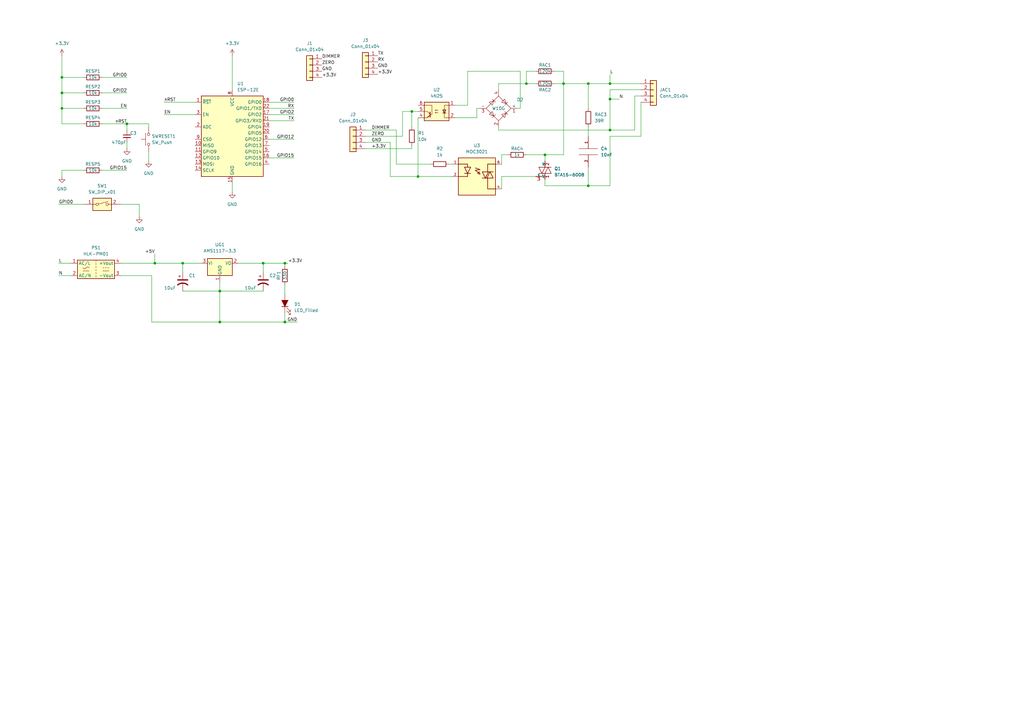
<source format=kicad_sch>
(kicad_sch (version 20211123) (generator eeschema)

  (uuid d29b6bd8-2c46-4dde-aab2-4eeda7402656)

  (paper "A3")

  (lib_symbols
    (symbol "Connector_Generic:Conn_01x04" (pin_names (offset 1.016) hide) (in_bom yes) (on_board yes)
      (property "Reference" "J" (id 0) (at 0 5.08 0)
        (effects (font (size 1.27 1.27)))
      )
      (property "Value" "Conn_01x04" (id 1) (at 0 -7.62 0)
        (effects (font (size 1.27 1.27)))
      )
      (property "Footprint" "" (id 2) (at 0 0 0)
        (effects (font (size 1.27 1.27)) hide)
      )
      (property "Datasheet" "~" (id 3) (at 0 0 0)
        (effects (font (size 1.27 1.27)) hide)
      )
      (property "ki_keywords" "connector" (id 4) (at 0 0 0)
        (effects (font (size 1.27 1.27)) hide)
      )
      (property "ki_description" "Generic connector, single row, 01x04, script generated (kicad-library-utils/schlib/autogen/connector/)" (id 5) (at 0 0 0)
        (effects (font (size 1.27 1.27)) hide)
      )
      (property "ki_fp_filters" "Connector*:*_1x??_*" (id 6) (at 0 0 0)
        (effects (font (size 1.27 1.27)) hide)
      )
      (symbol "Conn_01x04_1_1"
        (rectangle (start -1.27 -4.953) (end 0 -5.207)
          (stroke (width 0.1524) (type default) (color 0 0 0 0))
          (fill (type none))
        )
        (rectangle (start -1.27 -2.413) (end 0 -2.667)
          (stroke (width 0.1524) (type default) (color 0 0 0 0))
          (fill (type none))
        )
        (rectangle (start -1.27 0.127) (end 0 -0.127)
          (stroke (width 0.1524) (type default) (color 0 0 0 0))
          (fill (type none))
        )
        (rectangle (start -1.27 2.667) (end 0 2.413)
          (stroke (width 0.1524) (type default) (color 0 0 0 0))
          (fill (type none))
        )
        (rectangle (start -1.27 3.81) (end 1.27 -6.35)
          (stroke (width 0.254) (type default) (color 0 0 0 0))
          (fill (type background))
        )
        (pin passive line (at -5.08 2.54 0) (length 3.81)
          (name "Pin_1" (effects (font (size 1.27 1.27))))
          (number "1" (effects (font (size 1.27 1.27))))
        )
        (pin passive line (at -5.08 0 0) (length 3.81)
          (name "Pin_2" (effects (font (size 1.27 1.27))))
          (number "2" (effects (font (size 1.27 1.27))))
        )
        (pin passive line (at -5.08 -2.54 0) (length 3.81)
          (name "Pin_3" (effects (font (size 1.27 1.27))))
          (number "3" (effects (font (size 1.27 1.27))))
        )
        (pin passive line (at -5.08 -5.08 0) (length 3.81)
          (name "Pin_4" (effects (font (size 1.27 1.27))))
          (number "4" (effects (font (size 1.27 1.27))))
        )
      )
    )
    (symbol "Converter_ACDC:HLK-PM01" (in_bom yes) (on_board yes)
      (property "Reference" "PS" (id 0) (at 0 5.08 0)
        (effects (font (size 1.27 1.27)))
      )
      (property "Value" "HLK-PM01" (id 1) (at 0 -5.08 0)
        (effects (font (size 1.27 1.27)))
      )
      (property "Footprint" "Converter_ACDC:Converter_ACDC_HiLink_HLK-PMxx" (id 2) (at 0 -7.62 0)
        (effects (font (size 1.27 1.27)) hide)
      )
      (property "Datasheet" "http://www.hlktech.net/product_detail.php?ProId=54" (id 3) (at 10.16 -8.89 0)
        (effects (font (size 1.27 1.27)) hide)
      )
      (property "ki_keywords" "AC/DC module power supply" (id 4) (at 0 0 0)
        (effects (font (size 1.27 1.27)) hide)
      )
      (property "ki_description" "Compact AC/DC board mount power module 3W 5V" (id 5) (at 0 0 0)
        (effects (font (size 1.27 1.27)) hide)
      )
      (property "ki_fp_filters" "Converter*ACDC*HiLink*HLK?PM*" (id 6) (at 0 0 0)
        (effects (font (size 1.27 1.27)) hide)
      )
      (symbol "HLK-PM01_0_1"
        (rectangle (start -7.62 3.81) (end 7.62 -3.81)
          (stroke (width 0.254) (type default) (color 0 0 0 0))
          (fill (type background))
        )
        (arc (start -5.334 0.635) (mid -4.699 0.2495) (end -4.064 0.635)
          (stroke (width 0) (type default) (color 0 0 0 0))
          (fill (type none))
        )
        (arc (start -2.794 0.635) (mid -3.429 1.0072) (end -4.064 0.635)
          (stroke (width 0) (type default) (color 0 0 0 0))
          (fill (type none))
        )
        (polyline
          (pts
            (xy -5.334 -0.635)
            (xy -2.794 -0.635)
          )
          (stroke (width 0) (type default) (color 0 0 0 0))
          (fill (type none))
        )
        (polyline
          (pts
            (xy 0 -2.54)
            (xy 0 -3.175)
          )
          (stroke (width 0) (type default) (color 0 0 0 0))
          (fill (type none))
        )
        (polyline
          (pts
            (xy 0 -1.27)
            (xy 0 -1.905)
          )
          (stroke (width 0) (type default) (color 0 0 0 0))
          (fill (type none))
        )
        (polyline
          (pts
            (xy 0 0)
            (xy 0 -0.635)
          )
          (stroke (width 0) (type default) (color 0 0 0 0))
          (fill (type none))
        )
        (polyline
          (pts
            (xy 0 1.27)
            (xy 0 0.635)
          )
          (stroke (width 0) (type default) (color 0 0 0 0))
          (fill (type none))
        )
        (polyline
          (pts
            (xy 0 2.54)
            (xy 0 1.905)
          )
          (stroke (width 0) (type default) (color 0 0 0 0))
          (fill (type none))
        )
        (polyline
          (pts
            (xy 0 3.81)
            (xy 0 3.175)
          )
          (stroke (width 0) (type default) (color 0 0 0 0))
          (fill (type none))
        )
        (polyline
          (pts
            (xy 2.794 -0.635)
            (xy 5.334 -0.635)
          )
          (stroke (width 0) (type default) (color 0 0 0 0))
          (fill (type none))
        )
        (polyline
          (pts
            (xy 2.794 0.635)
            (xy 3.302 0.635)
          )
          (stroke (width 0) (type default) (color 0 0 0 0))
          (fill (type none))
        )
        (polyline
          (pts
            (xy 3.81 0.635)
            (xy 4.318 0.635)
          )
          (stroke (width 0) (type default) (color 0 0 0 0))
          (fill (type none))
        )
        (polyline
          (pts
            (xy 4.826 0.635)
            (xy 5.334 0.635)
          )
          (stroke (width 0) (type default) (color 0 0 0 0))
          (fill (type none))
        )
      )
      (symbol "HLK-PM01_1_1"
        (pin power_in line (at -10.16 2.54 0) (length 2.54)
          (name "AC/L" (effects (font (size 1.27 1.27))))
          (number "1" (effects (font (size 1.27 1.27))))
        )
        (pin power_in line (at -10.16 -2.54 0) (length 2.54)
          (name "AC/N" (effects (font (size 1.27 1.27))))
          (number "2" (effects (font (size 1.27 1.27))))
        )
        (pin power_out line (at 10.16 -2.54 180) (length 2.54)
          (name "-Vout" (effects (font (size 1.27 1.27))))
          (number "3" (effects (font (size 1.27 1.27))))
        )
        (pin power_out line (at 10.16 2.54 180) (length 2.54)
          (name "+Vout" (effects (font (size 1.27 1.27))))
          (number "4" (effects (font (size 1.27 1.27))))
        )
      )
    )
    (symbol "Device:C_Polarized_US" (pin_numbers hide) (pin_names (offset 0.254) hide) (in_bom yes) (on_board yes)
      (property "Reference" "C" (id 0) (at 0.635 2.54 0)
        (effects (font (size 1.27 1.27)) (justify left))
      )
      (property "Value" "C_Polarized_US" (id 1) (at 0.635 -2.54 0)
        (effects (font (size 1.27 1.27)) (justify left))
      )
      (property "Footprint" "" (id 2) (at 0 0 0)
        (effects (font (size 1.27 1.27)) hide)
      )
      (property "Datasheet" "~" (id 3) (at 0 0 0)
        (effects (font (size 1.27 1.27)) hide)
      )
      (property "ki_keywords" "cap capacitor" (id 4) (at 0 0 0)
        (effects (font (size 1.27 1.27)) hide)
      )
      (property "ki_description" "Polarized capacitor, US symbol" (id 5) (at 0 0 0)
        (effects (font (size 1.27 1.27)) hide)
      )
      (property "ki_fp_filters" "CP_*" (id 6) (at 0 0 0)
        (effects (font (size 1.27 1.27)) hide)
      )
      (symbol "C_Polarized_US_0_1"
        (polyline
          (pts
            (xy -2.032 0.762)
            (xy 2.032 0.762)
          )
          (stroke (width 0.508) (type default) (color 0 0 0 0))
          (fill (type none))
        )
        (polyline
          (pts
            (xy -1.778 2.286)
            (xy -0.762 2.286)
          )
          (stroke (width 0) (type default) (color 0 0 0 0))
          (fill (type none))
        )
        (polyline
          (pts
            (xy -1.27 1.778)
            (xy -1.27 2.794)
          )
          (stroke (width 0) (type default) (color 0 0 0 0))
          (fill (type none))
        )
        (arc (start 2.032 -1.27) (mid 0 -0.5572) (end -2.032 -1.27)
          (stroke (width 0.508) (type default) (color 0 0 0 0))
          (fill (type none))
        )
      )
      (symbol "C_Polarized_US_1_1"
        (pin passive line (at 0 3.81 270) (length 2.794)
          (name "~" (effects (font (size 1.27 1.27))))
          (number "1" (effects (font (size 1.27 1.27))))
        )
        (pin passive line (at 0 -3.81 90) (length 3.302)
          (name "~" (effects (font (size 1.27 1.27))))
          (number "2" (effects (font (size 1.27 1.27))))
        )
      )
    )
    (symbol "Device:C_Small" (pin_numbers hide) (pin_names (offset 0.254) hide) (in_bom yes) (on_board yes)
      (property "Reference" "C" (id 0) (at 0.254 1.778 0)
        (effects (font (size 1.27 1.27)) (justify left))
      )
      (property "Value" "C_Small" (id 1) (at 0.254 -2.032 0)
        (effects (font (size 1.27 1.27)) (justify left))
      )
      (property "Footprint" "" (id 2) (at 0 0 0)
        (effects (font (size 1.27 1.27)) hide)
      )
      (property "Datasheet" "~" (id 3) (at 0 0 0)
        (effects (font (size 1.27 1.27)) hide)
      )
      (property "ki_keywords" "capacitor cap" (id 4) (at 0 0 0)
        (effects (font (size 1.27 1.27)) hide)
      )
      (property "ki_description" "Unpolarized capacitor, small symbol" (id 5) (at 0 0 0)
        (effects (font (size 1.27 1.27)) hide)
      )
      (property "ki_fp_filters" "C_*" (id 6) (at 0 0 0)
        (effects (font (size 1.27 1.27)) hide)
      )
      (symbol "C_Small_0_1"
        (polyline
          (pts
            (xy -1.524 -0.508)
            (xy 1.524 -0.508)
          )
          (stroke (width 0.3302) (type default) (color 0 0 0 0))
          (fill (type none))
        )
        (polyline
          (pts
            (xy -1.524 0.508)
            (xy 1.524 0.508)
          )
          (stroke (width 0.3048) (type default) (color 0 0 0 0))
          (fill (type none))
        )
      )
      (symbol "C_Small_1_1"
        (pin passive line (at 0 2.54 270) (length 2.032)
          (name "~" (effects (font (size 1.27 1.27))))
          (number "1" (effects (font (size 1.27 1.27))))
        )
        (pin passive line (at 0 -2.54 90) (length 2.032)
          (name "~" (effects (font (size 1.27 1.27))))
          (number "2" (effects (font (size 1.27 1.27))))
        )
      )
    )
    (symbol "Device:LED_Filled" (pin_numbers hide) (pin_names (offset 1.016) hide) (in_bom yes) (on_board yes)
      (property "Reference" "D" (id 0) (at 0 2.54 0)
        (effects (font (size 1.27 1.27)))
      )
      (property "Value" "LED_Filled" (id 1) (at 0 -2.54 0)
        (effects (font (size 1.27 1.27)))
      )
      (property "Footprint" "" (id 2) (at 0 0 0)
        (effects (font (size 1.27 1.27)) hide)
      )
      (property "Datasheet" "~" (id 3) (at 0 0 0)
        (effects (font (size 1.27 1.27)) hide)
      )
      (property "ki_keywords" "LED diode" (id 4) (at 0 0 0)
        (effects (font (size 1.27 1.27)) hide)
      )
      (property "ki_description" "Light emitting diode, filled shape" (id 5) (at 0 0 0)
        (effects (font (size 1.27 1.27)) hide)
      )
      (property "ki_fp_filters" "LED* LED_SMD:* LED_THT:*" (id 6) (at 0 0 0)
        (effects (font (size 1.27 1.27)) hide)
      )
      (symbol "LED_Filled_0_1"
        (polyline
          (pts
            (xy -1.27 -1.27)
            (xy -1.27 1.27)
          )
          (stroke (width 0.254) (type default) (color 0 0 0 0))
          (fill (type none))
        )
        (polyline
          (pts
            (xy -1.27 0)
            (xy 1.27 0)
          )
          (stroke (width 0) (type default) (color 0 0 0 0))
          (fill (type none))
        )
        (polyline
          (pts
            (xy 1.27 -1.27)
            (xy 1.27 1.27)
            (xy -1.27 0)
            (xy 1.27 -1.27)
          )
          (stroke (width 0.254) (type default) (color 0 0 0 0))
          (fill (type outline))
        )
        (polyline
          (pts
            (xy -3.048 -0.762)
            (xy -4.572 -2.286)
            (xy -3.81 -2.286)
            (xy -4.572 -2.286)
            (xy -4.572 -1.524)
          )
          (stroke (width 0) (type default) (color 0 0 0 0))
          (fill (type none))
        )
        (polyline
          (pts
            (xy -1.778 -0.762)
            (xy -3.302 -2.286)
            (xy -2.54 -2.286)
            (xy -3.302 -2.286)
            (xy -3.302 -1.524)
          )
          (stroke (width 0) (type default) (color 0 0 0 0))
          (fill (type none))
        )
      )
      (symbol "LED_Filled_1_1"
        (pin passive line (at -3.81 0 0) (length 2.54)
          (name "K" (effects (font (size 1.27 1.27))))
          (number "1" (effects (font (size 1.27 1.27))))
        )
        (pin passive line (at 3.81 0 180) (length 2.54)
          (name "A" (effects (font (size 1.27 1.27))))
          (number "2" (effects (font (size 1.27 1.27))))
        )
      )
    )
    (symbol "Device:R" (pin_numbers hide) (pin_names (offset 0)) (in_bom yes) (on_board yes)
      (property "Reference" "R" (id 0) (at 2.032 0 90)
        (effects (font (size 1.27 1.27)))
      )
      (property "Value" "R" (id 1) (at 0 0 90)
        (effects (font (size 1.27 1.27)))
      )
      (property "Footprint" "" (id 2) (at -1.778 0 90)
        (effects (font (size 1.27 1.27)) hide)
      )
      (property "Datasheet" "~" (id 3) (at 0 0 0)
        (effects (font (size 1.27 1.27)) hide)
      )
      (property "ki_keywords" "R res resistor" (id 4) (at 0 0 0)
        (effects (font (size 1.27 1.27)) hide)
      )
      (property "ki_description" "Resistor" (id 5) (at 0 0 0)
        (effects (font (size 1.27 1.27)) hide)
      )
      (property "ki_fp_filters" "R_*" (id 6) (at 0 0 0)
        (effects (font (size 1.27 1.27)) hide)
      )
      (symbol "R_0_1"
        (rectangle (start -1.016 -2.54) (end 1.016 2.54)
          (stroke (width 0.254) (type default) (color 0 0 0 0))
          (fill (type none))
        )
      )
      (symbol "R_1_1"
        (pin passive line (at 0 3.81 270) (length 1.27)
          (name "~" (effects (font (size 1.27 1.27))))
          (number "1" (effects (font (size 1.27 1.27))))
        )
        (pin passive line (at 0 -3.81 90) (length 1.27)
          (name "~" (effects (font (size 1.27 1.27))))
          (number "2" (effects (font (size 1.27 1.27))))
        )
      )
    )
    (symbol "Diode_Bridge:W10G" (pin_names (offset 0)) (in_bom yes) (on_board yes)
      (property "Reference" "D" (id 0) (at 2.54 6.985 0)
        (effects (font (size 1.27 1.27)) (justify left))
      )
      (property "Value" "W10G" (id 1) (at 2.54 5.08 0)
        (effects (font (size 1.27 1.27)) (justify left))
      )
      (property "Footprint" "Diode_THT:Diode_Bridge_Round_D9.8mm" (id 2) (at 3.81 3.175 0)
        (effects (font (size 1.27 1.27)) (justify left) hide)
      )
      (property "Datasheet" "https://www.vishay.com/docs/88769/woo5g.pdf" (id 3) (at 0 0 0)
        (effects (font (size 1.27 1.27)) hide)
      )
      (property "ki_keywords" "Bridge Rectifier acdc" (id 4) (at 0 0 0)
        (effects (font (size 1.27 1.27)) hide)
      )
      (property "ki_description" "Glass Passivated Single-Phase Bridge Rectifier, 700V Vrms, 1.5A If, WOG package" (id 5) (at 0 0 0)
        (effects (font (size 1.27 1.27)) hide)
      )
      (property "ki_fp_filters" "D*Bridge*Round*D9.8mm*" (id 6) (at 0 0 0)
        (effects (font (size 1.27 1.27)) hide)
      )
      (symbol "W10G_0_1"
        (polyline
          (pts
            (xy -2.54 3.81)
            (xy -1.27 2.54)
          )
          (stroke (width 0) (type default) (color 0 0 0 0))
          (fill (type none))
        )
        (polyline
          (pts
            (xy -1.27 -2.54)
            (xy -2.54 -3.81)
          )
          (stroke (width 0) (type default) (color 0 0 0 0))
          (fill (type none))
        )
        (polyline
          (pts
            (xy 2.54 -1.27)
            (xy 3.81 -2.54)
          )
          (stroke (width 0) (type default) (color 0 0 0 0))
          (fill (type none))
        )
        (polyline
          (pts
            (xy 2.54 1.27)
            (xy 3.81 2.54)
          )
          (stroke (width 0) (type default) (color 0 0 0 0))
          (fill (type none))
        )
        (polyline
          (pts
            (xy -3.81 2.54)
            (xy -2.54 1.27)
            (xy -1.905 3.175)
            (xy -3.81 2.54)
          )
          (stroke (width 0) (type default) (color 0 0 0 0))
          (fill (type none))
        )
        (polyline
          (pts
            (xy -2.54 -1.27)
            (xy -3.81 -2.54)
            (xy -1.905 -3.175)
            (xy -2.54 -1.27)
          )
          (stroke (width 0) (type default) (color 0 0 0 0))
          (fill (type none))
        )
        (polyline
          (pts
            (xy 1.27 2.54)
            (xy 2.54 3.81)
            (xy 3.175 1.905)
            (xy 1.27 2.54)
          )
          (stroke (width 0) (type default) (color 0 0 0 0))
          (fill (type none))
        )
        (polyline
          (pts
            (xy 3.175 -1.905)
            (xy 1.27 -2.54)
            (xy 2.54 -3.81)
            (xy 3.175 -1.905)
          )
          (stroke (width 0) (type default) (color 0 0 0 0))
          (fill (type none))
        )
        (polyline
          (pts
            (xy -5.08 0)
            (xy 0 -5.08)
            (xy 5.08 0)
            (xy 0 5.08)
            (xy -5.08 0)
          )
          (stroke (width 0) (type default) (color 0 0 0 0))
          (fill (type none))
        )
      )
      (symbol "W10G_1_1"
        (pin passive line (at 7.62 0 180) (length 2.54)
          (name "+" (effects (font (size 1.27 1.27))))
          (number "1" (effects (font (size 1.27 1.27))))
        )
        (pin passive line (at 0 -7.62 90) (length 2.54)
          (name "~" (effects (font (size 1.27 1.27))))
          (number "2" (effects (font (size 1.27 1.27))))
        )
        (pin passive line (at -7.62 0 0) (length 2.54)
          (name "-" (effects (font (size 1.27 1.27))))
          (number "3" (effects (font (size 1.27 1.27))))
        )
        (pin passive line (at 0 7.62 270) (length 2.54)
          (name "~" (effects (font (size 1.27 1.27))))
          (number "4" (effects (font (size 1.27 1.27))))
        )
      )
    )
    (symbol "Isolator:4N25" (pin_names (offset 1.016)) (in_bom yes) (on_board yes)
      (property "Reference" "U" (id 0) (at -5.08 5.08 0)
        (effects (font (size 1.27 1.27)) (justify left))
      )
      (property "Value" "4N25" (id 1) (at 0 5.08 0)
        (effects (font (size 1.27 1.27)) (justify left))
      )
      (property "Footprint" "Package_DIP:DIP-6_W7.62mm" (id 2) (at -5.08 -5.08 0)
        (effects (font (size 1.27 1.27) italic) (justify left) hide)
      )
      (property "Datasheet" "https://www.vishay.com/docs/83725/4n25.pdf" (id 3) (at 0 0 0)
        (effects (font (size 1.27 1.27)) (justify left) hide)
      )
      (property "ki_keywords" "NPN DC Optocoupler Base Connected" (id 4) (at 0 0 0)
        (effects (font (size 1.27 1.27)) hide)
      )
      (property "ki_description" "DC Optocoupler Base Connected, Vce 30V, CTR 20%, Viso 2500V, DIP6" (id 5) (at 0 0 0)
        (effects (font (size 1.27 1.27)) hide)
      )
      (property "ki_fp_filters" "DIP*W7.62mm*" (id 6) (at 0 0 0)
        (effects (font (size 1.27 1.27)) hide)
      )
      (symbol "4N25_0_1"
        (rectangle (start -5.08 3.81) (end 5.08 -3.81)
          (stroke (width 0.254) (type default) (color 0 0 0 0))
          (fill (type background))
        )
        (polyline
          (pts
            (xy -3.81 -0.635)
            (xy -2.54 -0.635)
          )
          (stroke (width 0.254) (type default) (color 0 0 0 0))
          (fill (type none))
        )
        (polyline
          (pts
            (xy 2.667 -1.397)
            (xy 3.81 -2.54)
          )
          (stroke (width 0) (type default) (color 0 0 0 0))
          (fill (type none))
        )
        (polyline
          (pts
            (xy 2.667 -1.143)
            (xy 3.81 0)
          )
          (stroke (width 0) (type default) (color 0 0 0 0))
          (fill (type none))
        )
        (polyline
          (pts
            (xy 3.81 -2.54)
            (xy 5.08 -2.54)
          )
          (stroke (width 0) (type default) (color 0 0 0 0))
          (fill (type none))
        )
        (polyline
          (pts
            (xy 3.81 0)
            (xy 5.08 0)
          )
          (stroke (width 0) (type default) (color 0 0 0 0))
          (fill (type none))
        )
        (polyline
          (pts
            (xy 2.667 -0.254)
            (xy 2.667 -2.286)
            (xy 2.667 -2.286)
          )
          (stroke (width 0.3556) (type default) (color 0 0 0 0))
          (fill (type none))
        )
        (polyline
          (pts
            (xy -5.08 -2.54)
            (xy -3.175 -2.54)
            (xy -3.175 2.54)
            (xy -5.08 2.54)
          )
          (stroke (width 0) (type default) (color 0 0 0 0))
          (fill (type none))
        )
        (polyline
          (pts
            (xy -3.175 -0.635)
            (xy -3.81 0.635)
            (xy -2.54 0.635)
            (xy -3.175 -0.635)
          )
          (stroke (width 0.254) (type default) (color 0 0 0 0))
          (fill (type none))
        )
        (polyline
          (pts
            (xy 3.683 -2.413)
            (xy 3.429 -1.905)
            (xy 3.175 -2.159)
            (xy 3.683 -2.413)
          )
          (stroke (width 0) (type default) (color 0 0 0 0))
          (fill (type none))
        )
        (polyline
          (pts
            (xy 5.08 2.54)
            (xy 1.905 2.54)
            (xy 1.905 -1.27)
            (xy 2.54 -1.27)
          )
          (stroke (width 0) (type default) (color 0 0 0 0))
          (fill (type none))
        )
        (polyline
          (pts
            (xy -0.635 -0.508)
            (xy 0.635 -0.508)
            (xy 0.254 -0.635)
            (xy 0.254 -0.381)
            (xy 0.635 -0.508)
          )
          (stroke (width 0) (type default) (color 0 0 0 0))
          (fill (type none))
        )
        (polyline
          (pts
            (xy -0.635 0.508)
            (xy 0.635 0.508)
            (xy 0.254 0.381)
            (xy 0.254 0.635)
            (xy 0.635 0.508)
          )
          (stroke (width 0) (type default) (color 0 0 0 0))
          (fill (type none))
        )
      )
      (symbol "4N25_1_1"
        (pin passive line (at -7.62 2.54 0) (length 2.54)
          (name "~" (effects (font (size 1.27 1.27))))
          (number "1" (effects (font (size 1.27 1.27))))
        )
        (pin passive line (at -7.62 -2.54 0) (length 2.54)
          (name "~" (effects (font (size 1.27 1.27))))
          (number "2" (effects (font (size 1.27 1.27))))
        )
        (pin no_connect line (at -5.08 0 0) (length 2.54) hide
          (name "NC" (effects (font (size 1.27 1.27))))
          (number "3" (effects (font (size 1.27 1.27))))
        )
        (pin passive line (at 7.62 -2.54 180) (length 2.54)
          (name "~" (effects (font (size 1.27 1.27))))
          (number "4" (effects (font (size 1.27 1.27))))
        )
        (pin passive line (at 7.62 0 180) (length 2.54)
          (name "~" (effects (font (size 1.27 1.27))))
          (number "5" (effects (font (size 1.27 1.27))))
        )
        (pin passive line (at 7.62 2.54 180) (length 2.54)
          (name "~" (effects (font (size 1.27 1.27))))
          (number "6" (effects (font (size 1.27 1.27))))
        )
      )
    )
    (symbol "MOC3021:MOC3021" (pin_names (offset 1.016)) (in_bom yes) (on_board yes)
      (property "Reference" "U" (id 0) (at -7.6286 8.2643 0)
        (effects (font (size 1.27 1.27)) (justify left bottom))
      )
      (property "Value" "MOC3021" (id 1) (at -7.6314 -10.1751 0)
        (effects (font (size 1.27 1.27)) (justify left))
      )
      (property "Footprint" "DIP762W45P254L889H508Q6" (id 2) (at 0 0 0)
        (effects (font (size 1.27 1.27)) (justify bottom) hide)
      )
      (property "Datasheet" "" (id 3) (at 0 0 0)
        (effects (font (size 1.27 1.27)) hide)
      )
      (property "STANDARD" "IPC 7351B" (id 4) (at 0 0 0)
        (effects (font (size 1.27 1.27)) (justify bottom) hide)
      )
      (property "PARTREV" "" (id 5) (at 0 0 0)
        (effects (font (size 1.27 1.27)) (justify bottom) hide)
      )
      (property "MANUFACTURER" "FAIRCHILD SEMICONDUCTOR" (id 6) (at 0 0 0)
        (effects (font (size 1.27 1.27)) (justify bottom) hide)
      )
      (property "PACKAGE" "DIP-6" (id 7) (at 0 0 0)
        (effects (font (size 1.27 1.27)) (justify bottom) hide)
      )
      (symbol "MOC3021_0_0"
        (rectangle (start -7.62 -7.62) (end 7.62 7.62)
          (stroke (width 0.254) (type default) (color 0 0 0 0))
          (fill (type background))
        )
        (polyline
          (pts
            (xy -5.08 1.27)
            (xy -3.81 1.27)
          )
          (stroke (width 0.254) (type default) (color 0 0 0 0))
          (fill (type none))
        )
        (polyline
          (pts
            (xy -5.08 3.81)
            (xy -3.81 1.27)
          )
          (stroke (width 0.254) (type default) (color 0 0 0 0))
          (fill (type none))
        )
        (polyline
          (pts
            (xy -3.81 0)
            (xy -7.62 0)
          )
          (stroke (width 0.254) (type default) (color 0 0 0 0))
          (fill (type none))
        )
        (polyline
          (pts
            (xy -3.81 1.27)
            (xy -3.81 0)
          )
          (stroke (width 0.254) (type default) (color 0 0 0 0))
          (fill (type none))
        )
        (polyline
          (pts
            (xy -3.81 1.27)
            (xy -2.54 1.27)
          )
          (stroke (width 0.254) (type default) (color 0 0 0 0))
          (fill (type none))
        )
        (polyline
          (pts
            (xy -3.81 1.27)
            (xy -2.54 3.81)
          )
          (stroke (width 0.254) (type default) (color 0 0 0 0))
          (fill (type none))
        )
        (polyline
          (pts
            (xy -3.81 3.81)
            (xy -5.08 3.81)
          )
          (stroke (width 0.254) (type default) (color 0 0 0 0))
          (fill (type none))
        )
        (polyline
          (pts
            (xy -3.81 3.81)
            (xy -3.81 5.08)
          )
          (stroke (width 0.254) (type default) (color 0 0 0 0))
          (fill (type none))
        )
        (polyline
          (pts
            (xy -3.81 5.08)
            (xy -7.62 5.08)
          )
          (stroke (width 0.254) (type default) (color 0 0 0 0))
          (fill (type none))
        )
        (polyline
          (pts
            (xy -2.54 3.81)
            (xy -3.81 3.81)
          )
          (stroke (width 0.254) (type default) (color 0 0 0 0))
          (fill (type none))
        )
        (polyline
          (pts
            (xy -0.635 2.54)
            (xy 0.635 1.5875)
          )
          (stroke (width 0.254) (type default) (color 0 0 0 0))
          (fill (type none))
        )
        (polyline
          (pts
            (xy -0.635 3.4925)
            (xy 1.27 2.8575)
          )
          (stroke (width 0.254) (type default) (color 0 0 0 0))
          (fill (type none))
        )
        (polyline
          (pts
            (xy 0.3175 1.27)
            (xy 1.27 0.9525)
          )
          (stroke (width 0.254) (type default) (color 0 0 0 0))
          (fill (type none))
        )
        (polyline
          (pts
            (xy 0.635 1.5875)
            (xy 0.3175 1.27)
          )
          (stroke (width 0.254) (type default) (color 0 0 0 0))
          (fill (type none))
        )
        (polyline
          (pts
            (xy 0.9525 1.905)
            (xy 0.635 1.5875)
          )
          (stroke (width 0.254) (type default) (color 0 0 0 0))
          (fill (type none))
        )
        (polyline
          (pts
            (xy 1.27 0.9525)
            (xy 0.9525 1.905)
          )
          (stroke (width 0.254) (type default) (color 0 0 0 0))
          (fill (type none))
        )
        (polyline
          (pts
            (xy 1.27 2.8575)
            (xy -0.635 2.54)
          )
          (stroke (width 0.254) (type default) (color 0 0 0 0))
          (fill (type none))
        )
        (polyline
          (pts
            (xy 2.2225 -0.635)
            (xy 3.4925 -0.635)
          )
          (stroke (width 0.254) (type default) (color 0 0 0 0))
          (fill (type none))
        )
        (polyline
          (pts
            (xy 2.2225 1.905)
            (xy 4.445 1.905)
          )
          (stroke (width 0.254) (type default) (color 0 0 0 0))
          (fill (type none))
        )
        (polyline
          (pts
            (xy 3.4925 -0.635)
            (xy 2.2225 1.905)
          )
          (stroke (width 0.254) (type default) (color 0 0 0 0))
          (fill (type none))
        )
        (polyline
          (pts
            (xy 3.4925 -0.635)
            (xy 4.1275 -0.635)
          )
          (stroke (width 0.254) (type default) (color 0 0 0 0))
          (fill (type none))
        )
        (polyline
          (pts
            (xy 4.1275 -0.635)
            (xy 4.445 -0.635)
          )
          (stroke (width 0.254) (type default) (color 0 0 0 0))
          (fill (type none))
        )
        (polyline
          (pts
            (xy 4.445 -5.08)
            (xy 7.62 -5.08)
          )
          (stroke (width 0.254) (type default) (color 0 0 0 0))
          (fill (type none))
        )
        (polyline
          (pts
            (xy 4.445 -0.635)
            (xy 4.445 -5.08)
          )
          (stroke (width 0.254) (type default) (color 0 0 0 0))
          (fill (type none))
        )
        (polyline
          (pts
            (xy 4.445 -0.635)
            (xy 6.6675 -0.635)
          )
          (stroke (width 0.254) (type default) (color 0 0 0 0))
          (fill (type none))
        )
        (polyline
          (pts
            (xy 4.445 1.905)
            (xy 4.7625 1.905)
          )
          (stroke (width 0.254) (type default) (color 0 0 0 0))
          (fill (type none))
        )
        (polyline
          (pts
            (xy 4.445 5.08)
            (xy 4.445 1.905)
          )
          (stroke (width 0.254) (type default) (color 0 0 0 0))
          (fill (type none))
        )
        (polyline
          (pts
            (xy 4.445 5.08)
            (xy 7.62 5.08)
          )
          (stroke (width 0.254) (type default) (color 0 0 0 0))
          (fill (type none))
        )
        (polyline
          (pts
            (xy 4.7625 1.905)
            (xy 3.4925 -0.635)
          )
          (stroke (width 0.254) (type default) (color 0 0 0 0))
          (fill (type none))
        )
        (polyline
          (pts
            (xy 4.7625 1.905)
            (xy 5.3975 1.905)
          )
          (stroke (width 0.254) (type default) (color 0 0 0 0))
          (fill (type none))
        )
        (polyline
          (pts
            (xy 5.3975 1.905)
            (xy 4.1275 -0.635)
          )
          (stroke (width 0.254) (type default) (color 0 0 0 0))
          (fill (type none))
        )
        (polyline
          (pts
            (xy 5.3975 1.905)
            (xy 6.6675 1.905)
          )
          (stroke (width 0.254) (type default) (color 0 0 0 0))
          (fill (type none))
        )
        (polyline
          (pts
            (xy 6.6675 -0.635)
            (xy 5.3975 1.905)
          )
          (stroke (width 0.254) (type default) (color 0 0 0 0))
          (fill (type none))
        )
        (pin passive line (at -10.16 5.08 0) (length 2.54)
          (name "~" (effects (font (size 1.016 1.016))))
          (number "1" (effects (font (size 1.016 1.016))))
        )
        (pin passive line (at -10.16 0 0) (length 2.54)
          (name "~" (effects (font (size 1.016 1.016))))
          (number "2" (effects (font (size 1.016 1.016))))
        )
        (pin passive line (at 10.16 -5.08 180) (length 2.54)
          (name "~" (effects (font (size 1.016 1.016))))
          (number "4" (effects (font (size 1.016 1.016))))
        )
        (pin passive line (at 10.16 5.08 180) (length 2.54)
          (name "~" (effects (font (size 1.016 1.016))))
          (number "6" (effects (font (size 1.016 1.016))))
        )
      )
    )
    (symbol "RF_Module:ESP-12E" (in_bom yes) (on_board yes)
      (property "Reference" "U" (id 0) (at -12.7 19.05 0)
        (effects (font (size 1.27 1.27)) (justify left))
      )
      (property "Value" "ESP-12E" (id 1) (at 12.7 19.05 0)
        (effects (font (size 1.27 1.27)) (justify right))
      )
      (property "Footprint" "RF_Module:ESP-12E" (id 2) (at 0 0 0)
        (effects (font (size 1.27 1.27)) hide)
      )
      (property "Datasheet" "http://wiki.ai-thinker.com/_media/esp8266/esp8266_series_modules_user_manual_v1.1.pdf" (id 3) (at -8.89 2.54 0)
        (effects (font (size 1.27 1.27)) hide)
      )
      (property "ki_keywords" "802.11 Wi-Fi" (id 4) (at 0 0 0)
        (effects (font (size 1.27 1.27)) hide)
      )
      (property "ki_description" "802.11 b/g/n Wi-Fi Module" (id 5) (at 0 0 0)
        (effects (font (size 1.27 1.27)) hide)
      )
      (property "ki_fp_filters" "ESP?12*" (id 6) (at 0 0 0)
        (effects (font (size 1.27 1.27)) hide)
      )
      (symbol "ESP-12E_0_1"
        (rectangle (start -12.7 17.78) (end 12.7 -15.24)
          (stroke (width 0.254) (type default) (color 0 0 0 0))
          (fill (type background))
        )
      )
      (symbol "ESP-12E_1_1"
        (pin input line (at -15.24 15.24 0) (length 2.54)
          (name "~{RST}" (effects (font (size 1.27 1.27))))
          (number "1" (effects (font (size 1.27 1.27))))
        )
        (pin bidirectional line (at -15.24 -2.54 0) (length 2.54)
          (name "MISO" (effects (font (size 1.27 1.27))))
          (number "10" (effects (font (size 1.27 1.27))))
        )
        (pin bidirectional line (at -15.24 -5.08 0) (length 2.54)
          (name "GPIO9" (effects (font (size 1.27 1.27))))
          (number "11" (effects (font (size 1.27 1.27))))
        )
        (pin bidirectional line (at -15.24 -7.62 0) (length 2.54)
          (name "GPIO10" (effects (font (size 1.27 1.27))))
          (number "12" (effects (font (size 1.27 1.27))))
        )
        (pin bidirectional line (at -15.24 -10.16 0) (length 2.54)
          (name "MOSI" (effects (font (size 1.27 1.27))))
          (number "13" (effects (font (size 1.27 1.27))))
        )
        (pin bidirectional line (at -15.24 -12.7 0) (length 2.54)
          (name "SCLK" (effects (font (size 1.27 1.27))))
          (number "14" (effects (font (size 1.27 1.27))))
        )
        (pin power_in line (at 0 -17.78 90) (length 2.54)
          (name "GND" (effects (font (size 1.27 1.27))))
          (number "15" (effects (font (size 1.27 1.27))))
        )
        (pin bidirectional line (at 15.24 -7.62 180) (length 2.54)
          (name "GPIO15" (effects (font (size 1.27 1.27))))
          (number "16" (effects (font (size 1.27 1.27))))
        )
        (pin bidirectional line (at 15.24 10.16 180) (length 2.54)
          (name "GPIO2" (effects (font (size 1.27 1.27))))
          (number "17" (effects (font (size 1.27 1.27))))
        )
        (pin bidirectional line (at 15.24 15.24 180) (length 2.54)
          (name "GPIO0" (effects (font (size 1.27 1.27))))
          (number "18" (effects (font (size 1.27 1.27))))
        )
        (pin bidirectional line (at 15.24 5.08 180) (length 2.54)
          (name "GPIO4" (effects (font (size 1.27 1.27))))
          (number "19" (effects (font (size 1.27 1.27))))
        )
        (pin input line (at -15.24 5.08 0) (length 2.54)
          (name "ADC" (effects (font (size 1.27 1.27))))
          (number "2" (effects (font (size 1.27 1.27))))
        )
        (pin bidirectional line (at 15.24 2.54 180) (length 2.54)
          (name "GPIO5" (effects (font (size 1.27 1.27))))
          (number "20" (effects (font (size 1.27 1.27))))
        )
        (pin bidirectional line (at 15.24 7.62 180) (length 2.54)
          (name "GPIO3/RXD" (effects (font (size 1.27 1.27))))
          (number "21" (effects (font (size 1.27 1.27))))
        )
        (pin bidirectional line (at 15.24 12.7 180) (length 2.54)
          (name "GPIO1/TXD" (effects (font (size 1.27 1.27))))
          (number "22" (effects (font (size 1.27 1.27))))
        )
        (pin input line (at -15.24 10.16 0) (length 2.54)
          (name "EN" (effects (font (size 1.27 1.27))))
          (number "3" (effects (font (size 1.27 1.27))))
        )
        (pin bidirectional line (at 15.24 -10.16 180) (length 2.54)
          (name "GPIO16" (effects (font (size 1.27 1.27))))
          (number "4" (effects (font (size 1.27 1.27))))
        )
        (pin bidirectional line (at 15.24 -5.08 180) (length 2.54)
          (name "GPIO14" (effects (font (size 1.27 1.27))))
          (number "5" (effects (font (size 1.27 1.27))))
        )
        (pin bidirectional line (at 15.24 0 180) (length 2.54)
          (name "GPIO12" (effects (font (size 1.27 1.27))))
          (number "6" (effects (font (size 1.27 1.27))))
        )
        (pin bidirectional line (at 15.24 -2.54 180) (length 2.54)
          (name "GPIO13" (effects (font (size 1.27 1.27))))
          (number "7" (effects (font (size 1.27 1.27))))
        )
        (pin power_in line (at 0 20.32 270) (length 2.54)
          (name "VCC" (effects (font (size 1.27 1.27))))
          (number "8" (effects (font (size 1.27 1.27))))
        )
        (pin input line (at -15.24 0 0) (length 2.54)
          (name "CS0" (effects (font (size 1.27 1.27))))
          (number "9" (effects (font (size 1.27 1.27))))
        )
      )
    )
    (symbol "Regulator_Linear:AMS1117-3.3" (pin_names (offset 0.254)) (in_bom yes) (on_board yes)
      (property "Reference" "U" (id 0) (at -3.81 3.175 0)
        (effects (font (size 1.27 1.27)))
      )
      (property "Value" "AMS1117-3.3" (id 1) (at 0 3.175 0)
        (effects (font (size 1.27 1.27)) (justify left))
      )
      (property "Footprint" "Package_TO_SOT_SMD:SOT-223-3_TabPin2" (id 2) (at 0 5.08 0)
        (effects (font (size 1.27 1.27)) hide)
      )
      (property "Datasheet" "http://www.advanced-monolithic.com/pdf/ds1117.pdf" (id 3) (at 2.54 -6.35 0)
        (effects (font (size 1.27 1.27)) hide)
      )
      (property "ki_keywords" "linear regulator ldo fixed positive" (id 4) (at 0 0 0)
        (effects (font (size 1.27 1.27)) hide)
      )
      (property "ki_description" "1A Low Dropout regulator, positive, 3.3V fixed output, SOT-223" (id 5) (at 0 0 0)
        (effects (font (size 1.27 1.27)) hide)
      )
      (property "ki_fp_filters" "SOT?223*TabPin2*" (id 6) (at 0 0 0)
        (effects (font (size 1.27 1.27)) hide)
      )
      (symbol "AMS1117-3.3_0_1"
        (rectangle (start -5.08 -5.08) (end 5.08 1.905)
          (stroke (width 0.254) (type default) (color 0 0 0 0))
          (fill (type background))
        )
      )
      (symbol "AMS1117-3.3_1_1"
        (pin power_in line (at 0 -7.62 90) (length 2.54)
          (name "GND" (effects (font (size 1.27 1.27))))
          (number "1" (effects (font (size 1.27 1.27))))
        )
        (pin power_out line (at 7.62 0 180) (length 2.54)
          (name "VO" (effects (font (size 1.27 1.27))))
          (number "2" (effects (font (size 1.27 1.27))))
        )
        (pin power_in line (at -7.62 0 0) (length 2.54)
          (name "VI" (effects (font (size 1.27 1.27))))
          (number "3" (effects (font (size 1.27 1.27))))
        )
      )
    )
    (symbol "Switch:SW_DIP_x01" (pin_names (offset 0) hide) (in_bom yes) (on_board yes)
      (property "Reference" "SW" (id 0) (at 0 3.81 0)
        (effects (font (size 1.27 1.27)))
      )
      (property "Value" "SW_DIP_x01" (id 1) (at 0 -3.81 0)
        (effects (font (size 1.27 1.27)))
      )
      (property "Footprint" "" (id 2) (at 0 0 0)
        (effects (font (size 1.27 1.27)) hide)
      )
      (property "Datasheet" "~" (id 3) (at 0 0 0)
        (effects (font (size 1.27 1.27)) hide)
      )
      (property "ki_keywords" "dip switch" (id 4) (at 0 0 0)
        (effects (font (size 1.27 1.27)) hide)
      )
      (property "ki_description" "1x DIP Switch, Single Pole Single Throw (SPST) switch, small symbol" (id 5) (at 0 0 0)
        (effects (font (size 1.27 1.27)) hide)
      )
      (property "ki_fp_filters" "SW?DIP?x1*" (id 6) (at 0 0 0)
        (effects (font (size 1.27 1.27)) hide)
      )
      (symbol "SW_DIP_x01_0_0"
        (circle (center -2.032 0) (radius 0.508)
          (stroke (width 0) (type default) (color 0 0 0 0))
          (fill (type none))
        )
        (polyline
          (pts
            (xy -1.524 0.127)
            (xy 2.3622 1.1684)
          )
          (stroke (width 0) (type default) (color 0 0 0 0))
          (fill (type none))
        )
        (circle (center 2.032 0) (radius 0.508)
          (stroke (width 0) (type default) (color 0 0 0 0))
          (fill (type none))
        )
      )
      (symbol "SW_DIP_x01_0_1"
        (rectangle (start -3.81 2.54) (end 3.81 -2.54)
          (stroke (width 0.254) (type default) (color 0 0 0 0))
          (fill (type background))
        )
      )
      (symbol "SW_DIP_x01_1_1"
        (pin passive line (at -7.62 0 0) (length 5.08)
          (name "~" (effects (font (size 1.27 1.27))))
          (number "1" (effects (font (size 1.27 1.27))))
        )
        (pin passive line (at 7.62 0 180) (length 5.08)
          (name "~" (effects (font (size 1.27 1.27))))
          (number "2" (effects (font (size 1.27 1.27))))
        )
      )
    )
    (symbol "Switch:SW_Push" (pin_numbers hide) (pin_names (offset 1.016) hide) (in_bom yes) (on_board yes)
      (property "Reference" "SW" (id 0) (at 1.27 2.54 0)
        (effects (font (size 1.27 1.27)) (justify left))
      )
      (property "Value" "SW_Push" (id 1) (at 0 -1.524 0)
        (effects (font (size 1.27 1.27)))
      )
      (property "Footprint" "" (id 2) (at 0 5.08 0)
        (effects (font (size 1.27 1.27)) hide)
      )
      (property "Datasheet" "~" (id 3) (at 0 5.08 0)
        (effects (font (size 1.27 1.27)) hide)
      )
      (property "ki_keywords" "switch normally-open pushbutton push-button" (id 4) (at 0 0 0)
        (effects (font (size 1.27 1.27)) hide)
      )
      (property "ki_description" "Push button switch, generic, two pins" (id 5) (at 0 0 0)
        (effects (font (size 1.27 1.27)) hide)
      )
      (symbol "SW_Push_0_1"
        (circle (center -2.032 0) (radius 0.508)
          (stroke (width 0) (type default) (color 0 0 0 0))
          (fill (type none))
        )
        (polyline
          (pts
            (xy 0 1.27)
            (xy 0 3.048)
          )
          (stroke (width 0) (type default) (color 0 0 0 0))
          (fill (type none))
        )
        (polyline
          (pts
            (xy 2.54 1.27)
            (xy -2.54 1.27)
          )
          (stroke (width 0) (type default) (color 0 0 0 0))
          (fill (type none))
        )
        (circle (center 2.032 0) (radius 0.508)
          (stroke (width 0) (type default) (color 0 0 0 0))
          (fill (type none))
        )
        (pin passive line (at -5.08 0 0) (length 2.54)
          (name "1" (effects (font (size 1.27 1.27))))
          (number "1" (effects (font (size 1.27 1.27))))
        )
        (pin passive line (at 5.08 0 180) (length 2.54)
          (name "2" (effects (font (size 1.27 1.27))))
          (number "2" (effects (font (size 1.27 1.27))))
        )
      )
    )
    (symbol "Triac_Thyristor:BTA16-600B" (pin_names (offset 0)) (in_bom yes) (on_board yes)
      (property "Reference" "Q" (id 0) (at 5.08 1.905 0)
        (effects (font (size 1.27 1.27)) (justify left))
      )
      (property "Value" "BTA16-600B" (id 1) (at 5.08 0 0)
        (effects (font (size 1.27 1.27)) (justify left))
      )
      (property "Footprint" "Package_TO_SOT_THT:TO-220-3_Vertical" (id 2) (at 5.08 -1.905 0)
        (effects (font (size 1.27 1.27) italic) (justify left) hide)
      )
      (property "Datasheet" "https://www.st.com/resource/en/datasheet/bta16.pdf" (id 3) (at 0 0 0)
        (effects (font (size 1.27 1.27)) (justify left) hide)
      )
      (property "ki_keywords" "Triac" (id 4) (at 0 0 0)
        (effects (font (size 1.27 1.27)) hide)
      )
      (property "ki_description" "16A RMS, 600V Off-State Voltage, 50mA Sensitivity, Insulated, Triac, TO-220" (id 5) (at 0 0 0)
        (effects (font (size 1.27 1.27)) hide)
      )
      (property "ki_fp_filters" "TO?220*" (id 6) (at 0 0 0)
        (effects (font (size 1.27 1.27)) hide)
      )
      (symbol "BTA16-600B_0_1"
        (polyline
          (pts
            (xy -2.54 -1.27)
            (xy 2.54 -1.27)
          )
          (stroke (width 0.2032) (type default) (color 0 0 0 0))
          (fill (type none))
        )
        (polyline
          (pts
            (xy -2.54 1.27)
            (xy 2.54 1.27)
          )
          (stroke (width 0.2032) (type default) (color 0 0 0 0))
          (fill (type none))
        )
        (polyline
          (pts
            (xy -1.27 -2.54)
            (xy -0.635 -1.27)
          )
          (stroke (width 0) (type default) (color 0 0 0 0))
          (fill (type none))
        )
        (polyline
          (pts
            (xy -2.54 1.27)
            (xy -1.27 -1.27)
            (xy 0 1.27)
          )
          (stroke (width 0.2032) (type default) (color 0 0 0 0))
          (fill (type none))
        )
        (polyline
          (pts
            (xy 0 -1.27)
            (xy 1.27 1.27)
            (xy 2.54 -1.27)
          )
          (stroke (width 0.2032) (type default) (color 0 0 0 0))
          (fill (type none))
        )
      )
      (symbol "BTA16-600B_1_1"
        (pin passive line (at 0 -3.81 90) (length 2.54)
          (name "A1" (effects (font (size 0.635 0.635))))
          (number "1" (effects (font (size 1.27 1.27))))
        )
        (pin passive line (at 0 3.81 270) (length 2.54)
          (name "A2" (effects (font (size 0.635 0.635))))
          (number "2" (effects (font (size 1.27 1.27))))
        )
        (pin input line (at -3.81 -2.54 0) (length 2.54)
          (name "G" (effects (font (size 0.635 0.635))))
          (number "3" (effects (font (size 1.27 1.27))))
        )
      )
    )
    (symbol "power:+3.3V" (power) (pin_names (offset 0)) (in_bom yes) (on_board yes)
      (property "Reference" "#PWR" (id 0) (at 0 -3.81 0)
        (effects (font (size 1.27 1.27)) hide)
      )
      (property "Value" "+3.3V" (id 1) (at 0 3.556 0)
        (effects (font (size 1.27 1.27)))
      )
      (property "Footprint" "" (id 2) (at 0 0 0)
        (effects (font (size 1.27 1.27)) hide)
      )
      (property "Datasheet" "" (id 3) (at 0 0 0)
        (effects (font (size 1.27 1.27)) hide)
      )
      (property "ki_keywords" "power-flag" (id 4) (at 0 0 0)
        (effects (font (size 1.27 1.27)) hide)
      )
      (property "ki_description" "Power symbol creates a global label with name \"+3.3V\"" (id 5) (at 0 0 0)
        (effects (font (size 1.27 1.27)) hide)
      )
      (symbol "+3.3V_0_1"
        (polyline
          (pts
            (xy -0.762 1.27)
            (xy 0 2.54)
          )
          (stroke (width 0) (type default) (color 0 0 0 0))
          (fill (type none))
        )
        (polyline
          (pts
            (xy 0 0)
            (xy 0 2.54)
          )
          (stroke (width 0) (type default) (color 0 0 0 0))
          (fill (type none))
        )
        (polyline
          (pts
            (xy 0 2.54)
            (xy 0.762 1.27)
          )
          (stroke (width 0) (type default) (color 0 0 0 0))
          (fill (type none))
        )
      )
      (symbol "+3.3V_1_1"
        (pin power_in line (at 0 0 90) (length 0) hide
          (name "+3.3V" (effects (font (size 1.27 1.27))))
          (number "1" (effects (font (size 1.27 1.27))))
        )
      )
    )
    (symbol "power:GND" (power) (pin_names (offset 0)) (in_bom yes) (on_board yes)
      (property "Reference" "#PWR" (id 0) (at 0 -6.35 0)
        (effects (font (size 1.27 1.27)) hide)
      )
      (property "Value" "GND" (id 1) (at 0 -3.81 0)
        (effects (font (size 1.27 1.27)))
      )
      (property "Footprint" "" (id 2) (at 0 0 0)
        (effects (font (size 1.27 1.27)) hide)
      )
      (property "Datasheet" "" (id 3) (at 0 0 0)
        (effects (font (size 1.27 1.27)) hide)
      )
      (property "ki_keywords" "power-flag" (id 4) (at 0 0 0)
        (effects (font (size 1.27 1.27)) hide)
      )
      (property "ki_description" "Power symbol creates a global label with name \"GND\" , ground" (id 5) (at 0 0 0)
        (effects (font (size 1.27 1.27)) hide)
      )
      (symbol "GND_0_1"
        (polyline
          (pts
            (xy 0 0)
            (xy 0 -1.27)
            (xy 1.27 -1.27)
            (xy 0 -2.54)
            (xy -1.27 -1.27)
            (xy 0 -1.27)
          )
          (stroke (width 0) (type default) (color 0 0 0 0))
          (fill (type none))
        )
      )
      (symbol "GND_1_1"
        (pin power_in line (at 0 0 270) (length 0) hide
          (name "GND" (effects (font (size 1.27 1.27))))
          (number "1" (effects (font (size 1.27 1.27))))
        )
      )
    )
    (symbol "pspice:CAP" (pin_names (offset 0.254)) (in_bom yes) (on_board yes)
      (property "Reference" "C" (id 0) (at 2.54 3.81 90)
        (effects (font (size 1.27 1.27)))
      )
      (property "Value" "CAP" (id 1) (at 2.54 -3.81 90)
        (effects (font (size 1.27 1.27)))
      )
      (property "Footprint" "" (id 2) (at 0 0 0)
        (effects (font (size 1.27 1.27)) hide)
      )
      (property "Datasheet" "~" (id 3) (at 0 0 0)
        (effects (font (size 1.27 1.27)) hide)
      )
      (property "ki_keywords" "simulation" (id 4) (at 0 0 0)
        (effects (font (size 1.27 1.27)) hide)
      )
      (property "ki_description" "Capacitor symbol for simulation only" (id 5) (at 0 0 0)
        (effects (font (size 1.27 1.27)) hide)
      )
      (symbol "CAP_0_1"
        (polyline
          (pts
            (xy -3.81 -1.27)
            (xy 3.81 -1.27)
          )
          (stroke (width 0) (type default) (color 0 0 0 0))
          (fill (type none))
        )
        (polyline
          (pts
            (xy -3.81 1.27)
            (xy 3.81 1.27)
          )
          (stroke (width 0) (type default) (color 0 0 0 0))
          (fill (type none))
        )
      )
      (symbol "CAP_1_1"
        (pin passive line (at 0 6.35 270) (length 5.08)
          (name "~" (effects (font (size 1.016 1.016))))
          (number "1" (effects (font (size 1.016 1.016))))
        )
        (pin passive line (at 0 -6.35 90) (length 5.08)
          (name "~" (effects (font (size 1.016 1.016))))
          (number "2" (effects (font (size 1.016 1.016))))
        )
      )
    )
  )

  (junction (at 52.07 50.8) (diameter 0) (color 0 0 0 0)
    (uuid 190fcbdb-4a73-4b1e-bc98-92808a411c3d)
  )
  (junction (at 215.9 34.29) (diameter 0) (color 0 0 0 0)
    (uuid 2b0885c5-90b3-4c37-bbeb-fb65534f8caf)
  )
  (junction (at 171.45 72.39) (diameter 0) (color 0 0 0 0)
    (uuid 344faff0-157b-4651-97f0-78f9fe9bc90b)
  )
  (junction (at 250.19 40.64) (diameter 0) (color 0 0 0 0)
    (uuid 4cbd4eee-00d4-4801-add9-45aea9f530a0)
  )
  (junction (at 250.19 34.29) (diameter 0) (color 0 0 0 0)
    (uuid 613da005-1714-44a0-929b-d08d40138bb9)
  )
  (junction (at 63.5 107.95) (diameter 0) (color 0 0 0 0)
    (uuid 72ff36f3-0f95-4554-b5db-2389c88d52b1)
  )
  (junction (at 25.4 38.1) (diameter 0) (color 0 0 0 0)
    (uuid 79f922b5-fc62-4bda-9551-4e68dc06d047)
  )
  (junction (at 231.14 34.29) (diameter 0) (color 0 0 0 0)
    (uuid 7e2c877f-199a-4e53-a7b8-8bdf8694b819)
  )
  (junction (at 116.84 107.95) (diameter 0) (color 0 0 0 0)
    (uuid 7fcd0126-e546-4eaf-963f-092e96c42416)
  )
  (junction (at 168.91 45.72) (diameter 0) (color 0 0 0 0)
    (uuid b0366dc2-1772-46d8-9e82-747977f1a201)
  )
  (junction (at 25.4 44.45) (diameter 0) (color 0 0 0 0)
    (uuid bde79496-09de-44af-bb94-510307daed4c)
  )
  (junction (at 74.93 107.95) (diameter 0) (color 0 0 0 0)
    (uuid c191672a-8b71-4e1a-a9e4-36fdf6ffc569)
  )
  (junction (at 223.52 63.5) (diameter 0) (color 0 0 0 0)
    (uuid c880ff33-0dff-4858-ab99-11b0482a7cca)
  )
  (junction (at 250.19 53.34) (diameter 0) (color 0 0 0 0)
    (uuid de236b6c-0c25-4e47-8670-699a07afe2b7)
  )
  (junction (at 25.4 31.75) (diameter 0) (color 0 0 0 0)
    (uuid e712d919-f50b-47b7-9bc1-562cb3ad3067)
  )
  (junction (at 107.95 107.95) (diameter 0) (color 0 0 0 0)
    (uuid e8468ccc-6462-4998-bbd8-b94cb740ac7e)
  )
  (junction (at 90.17 119.38) (diameter 0) (color 0 0 0 0)
    (uuid e95bef54-fec3-4b94-a249-3c5745b9cf0a)
  )
  (junction (at 241.3 34.29) (diameter 0) (color 0 0 0 0)
    (uuid ebd08b81-f70f-49f8-bd41-dc1efb970386)
  )
  (junction (at 116.84 132.08) (diameter 0) (color 0 0 0 0)
    (uuid ee526ebb-c1a1-4fe7-ae51-987bbeb102fd)
  )
  (junction (at 90.17 132.08) (diameter 0) (color 0 0 0 0)
    (uuid f176cd53-e235-456e-b459-e8015de9ac91)
  )
  (junction (at 241.3 76.2) (diameter 0) (color 0 0 0 0)
    (uuid f371c0a0-39b6-4840-94c5-2976280f8698)
  )

  (wire (pts (xy 204.47 53.34) (xy 250.19 53.34))
    (stroke (width 0) (type default) (color 0 0 0 0))
    (uuid 0b144df0-6158-4b72-831b-63778ea01405)
  )
  (wire (pts (xy 191.77 29.21) (xy 191.77 43.18))
    (stroke (width 0) (type default) (color 0 0 0 0))
    (uuid 0bd960d0-6ee9-4d2c-b4fb-992228c7e97b)
  )
  (wire (pts (xy 90.17 132.08) (xy 90.17 119.38))
    (stroke (width 0) (type default) (color 0 0 0 0))
    (uuid 0dc953fd-912a-46df-af90-ce5f01dce95e)
  )
  (wire (pts (xy 241.3 76.2) (xy 223.52 76.2))
    (stroke (width 0) (type default) (color 0 0 0 0))
    (uuid 0fcebf80-dc29-4b27-8180-d9d2ab6f378e)
  )
  (wire (pts (xy 110.49 64.77) (xy 120.65 64.77))
    (stroke (width 0) (type default) (color 0 0 0 0))
    (uuid 12146530-cebe-41ed-8b0f-9203c824acb7)
  )
  (wire (pts (xy 176.53 67.31) (xy 162.56 67.31))
    (stroke (width 0) (type default) (color 0 0 0 0))
    (uuid 130f55c2-4ca0-4e5a-ab8e-0789e07ffd47)
  )
  (wire (pts (xy 41.91 44.45) (xy 52.07 44.45))
    (stroke (width 0) (type default) (color 0 0 0 0))
    (uuid 18005109-abaa-45d4-995d-4c6d843fb035)
  )
  (wire (pts (xy 34.29 44.45) (xy 25.4 44.45))
    (stroke (width 0) (type default) (color 0 0 0 0))
    (uuid 1895daaa-3e7b-4144-af74-28aa1523000c)
  )
  (wire (pts (xy 223.52 76.2) (xy 223.52 73.66))
    (stroke (width 0) (type default) (color 0 0 0 0))
    (uuid 199202ff-c305-45e1-af0d-d5afab851feb)
  )
  (wire (pts (xy 250.19 34.29) (xy 262.89 34.29))
    (stroke (width 0) (type default) (color 0 0 0 0))
    (uuid 199c226e-8b1c-4f25-822f-056385feab98)
  )
  (wire (pts (xy 186.69 43.18) (xy 191.77 43.18))
    (stroke (width 0) (type default) (color 0 0 0 0))
    (uuid 1aab37b8-0a2f-4bc6-b529-766205f895af)
  )
  (wire (pts (xy 195.58 48.26) (xy 186.69 48.26))
    (stroke (width 0) (type default) (color 0 0 0 0))
    (uuid 1fadf5c5-5a7c-40ca-ba14-c1b90c681a60)
  )
  (wire (pts (xy 204.47 36.83) (xy 204.47 34.29))
    (stroke (width 0) (type default) (color 0 0 0 0))
    (uuid 218d1bd3-e946-4e1b-99c2-49b36bdace37)
  )
  (wire (pts (xy 110.49 49.53) (xy 120.65 49.53))
    (stroke (width 0) (type default) (color 0 0 0 0))
    (uuid 2322fd8d-fa1a-4e9a-8229-16da45da6d68)
  )
  (wire (pts (xy 165.1 55.88) (xy 165.1 45.72))
    (stroke (width 0) (type default) (color 0 0 0 0))
    (uuid 245292c3-18bc-490e-b308-3c631a1659fa)
  )
  (wire (pts (xy 49.53 83.82) (xy 57.15 83.82))
    (stroke (width 0) (type default) (color 0 0 0 0))
    (uuid 24c3d53e-e8f7-4ada-a6c6-dafa11c2d4cd)
  )
  (wire (pts (xy 110.49 57.15) (xy 120.65 57.15))
    (stroke (width 0) (type default) (color 0 0 0 0))
    (uuid 26348431-5f27-4dcb-bdd9-2fea9c89678a)
  )
  (wire (pts (xy 90.17 132.08) (xy 116.84 132.08))
    (stroke (width 0) (type default) (color 0 0 0 0))
    (uuid 26eba599-826b-44f8-b291-086fe6d5b151)
  )
  (wire (pts (xy 90.17 119.38) (xy 107.95 119.38))
    (stroke (width 0) (type default) (color 0 0 0 0))
    (uuid 2ba52e2a-6bde-4160-89d7-01106cc0fe6b)
  )
  (wire (pts (xy 219.71 72.39) (xy 205.74 72.39))
    (stroke (width 0) (type default) (color 0 0 0 0))
    (uuid 2c835435-03e2-4807-a416-31d5ff91d3fb)
  )
  (wire (pts (xy 24.13 83.82) (xy 34.29 83.82))
    (stroke (width 0) (type default) (color 0 0 0 0))
    (uuid 2fd6f164-7c46-4888-ae63-9b9d46f7a052)
  )
  (wire (pts (xy 165.1 45.72) (xy 168.91 45.72))
    (stroke (width 0) (type default) (color 0 0 0 0))
    (uuid 30bba2e5-0296-4720-9095-f695ed01238d)
  )
  (wire (pts (xy 107.95 107.95) (xy 116.84 107.95))
    (stroke (width 0) (type default) (color 0 0 0 0))
    (uuid 30c140ef-e930-469f-a5fe-c9b9a7c6ad71)
  )
  (wire (pts (xy 25.4 72.39) (xy 25.4 69.85))
    (stroke (width 0) (type default) (color 0 0 0 0))
    (uuid 31a131ee-d8d9-4ab3-8d7c-e2d237fcbddc)
  )
  (wire (pts (xy 213.36 44.45) (xy 213.36 29.21))
    (stroke (width 0) (type default) (color 0 0 0 0))
    (uuid 32cae4d2-8be2-4717-81a0-b34f299cbf96)
  )
  (wire (pts (xy 74.93 111.76) (xy 74.93 107.95))
    (stroke (width 0) (type default) (color 0 0 0 0))
    (uuid 345b819d-b263-44ff-ab05-5eff3cefcfb7)
  )
  (wire (pts (xy 231.14 63.5) (xy 223.52 63.5))
    (stroke (width 0) (type default) (color 0 0 0 0))
    (uuid 354462d7-ea46-43e9-9646-f9af14ad1cc3)
  )
  (wire (pts (xy 250.19 36.83) (xy 250.19 40.64))
    (stroke (width 0) (type default) (color 0 0 0 0))
    (uuid 373ab947-5157-487a-abfb-ebb38edd95cc)
  )
  (wire (pts (xy 24.13 107.95) (xy 29.21 107.95))
    (stroke (width 0) (type default) (color 0 0 0 0))
    (uuid 3b6423b4-1733-4a87-8baf-6f1fff153e0b)
  )
  (wire (pts (xy 149.86 53.34) (xy 162.56 53.34))
    (stroke (width 0) (type default) (color 0 0 0 0))
    (uuid 3d0d3c5a-02a8-4b73-b6e8-0d7119ee5004)
  )
  (wire (pts (xy 196.85 44.45) (xy 195.58 44.45))
    (stroke (width 0) (type default) (color 0 0 0 0))
    (uuid 3e267938-98f9-4430-b57b-884667f4aab7)
  )
  (wire (pts (xy 116.84 132.08) (xy 121.92 132.08))
    (stroke (width 0) (type default) (color 0 0 0 0))
    (uuid 3e369dbc-06de-40c5-b9de-93dc1385aaba)
  )
  (wire (pts (xy 205.74 63.5) (xy 205.74 67.31))
    (stroke (width 0) (type default) (color 0 0 0 0))
    (uuid 43d762a3-09e6-4d5d-b1ba-64647f9c6649)
  )
  (wire (pts (xy 49.53 113.03) (xy 62.23 113.03))
    (stroke (width 0) (type default) (color 0 0 0 0))
    (uuid 451dcd91-7f9a-47f9-af22-95173890b711)
  )
  (wire (pts (xy 250.19 40.64) (xy 250.19 53.34))
    (stroke (width 0) (type default) (color 0 0 0 0))
    (uuid 45862aa2-5475-4e67-a4e8-3d32cf895c11)
  )
  (wire (pts (xy 205.74 72.39) (xy 205.74 77.47))
    (stroke (width 0) (type default) (color 0 0 0 0))
    (uuid 4638411c-384f-47a5-9206-40a271e37c63)
  )
  (wire (pts (xy 107.95 107.95) (xy 97.79 107.95))
    (stroke (width 0) (type default) (color 0 0 0 0))
    (uuid 47bb4068-87ea-47c9-bf63-8d36288dc988)
  )
  (wire (pts (xy 52.07 50.8) (xy 52.07 53.34))
    (stroke (width 0) (type default) (color 0 0 0 0))
    (uuid 47cce4d7-6aae-450e-ac60-b77c1110f320)
  )
  (wire (pts (xy 223.52 63.5) (xy 223.52 66.04))
    (stroke (width 0) (type default) (color 0 0 0 0))
    (uuid 47ccf405-870e-4d15-a56b-6619e9cd1fbc)
  )
  (wire (pts (xy 213.36 29.21) (xy 191.77 29.21))
    (stroke (width 0) (type default) (color 0 0 0 0))
    (uuid 483624e3-992f-41a6-a581-ab67bb6045b9)
  )
  (wire (pts (xy 250.19 55.88) (xy 250.19 76.2))
    (stroke (width 0) (type default) (color 0 0 0 0))
    (uuid 4e781b37-b434-4c1c-97c1-5ff745b829fe)
  )
  (wire (pts (xy 62.23 132.08) (xy 90.17 132.08))
    (stroke (width 0) (type default) (color 0 0 0 0))
    (uuid 4f633a9b-d787-4217-8518-57110770f042)
  )
  (wire (pts (xy 205.74 63.5) (xy 208.28 63.5))
    (stroke (width 0) (type default) (color 0 0 0 0))
    (uuid 5086416b-f673-4d31-b194-08dde2d79abb)
  )
  (wire (pts (xy 250.19 55.88) (xy 262.89 55.88))
    (stroke (width 0) (type default) (color 0 0 0 0))
    (uuid 52db5322-fdc9-4390-af10-9e25e5df015f)
  )
  (wire (pts (xy 52.07 50.8) (xy 60.96 50.8))
    (stroke (width 0) (type default) (color 0 0 0 0))
    (uuid 57c961d2-41d1-4990-8ac7-d4b94ff42434)
  )
  (wire (pts (xy 34.29 38.1) (xy 25.4 38.1))
    (stroke (width 0) (type default) (color 0 0 0 0))
    (uuid 58900ea3-4cb1-467e-846b-77a9054ccc91)
  )
  (wire (pts (xy 241.3 34.29) (xy 231.14 34.29))
    (stroke (width 0) (type default) (color 0 0 0 0))
    (uuid 58a7ec67-5442-418d-a141-0d6bb7ce2ac3)
  )
  (wire (pts (xy 60.96 62.23) (xy 60.96 66.04))
    (stroke (width 0) (type default) (color 0 0 0 0))
    (uuid 58cb2d55-d188-473f-87e2-adc0d32a558e)
  )
  (wire (pts (xy 149.86 55.88) (xy 165.1 55.88))
    (stroke (width 0) (type default) (color 0 0 0 0))
    (uuid 5c88997e-d011-4502-ae5f-7bd9c5922cb2)
  )
  (wire (pts (xy 250.19 53.34) (xy 260.35 53.34))
    (stroke (width 0) (type default) (color 0 0 0 0))
    (uuid 5e777f1a-6890-4053-8dd1-5925f71c2681)
  )
  (wire (pts (xy 25.4 22.86) (xy 25.4 31.75))
    (stroke (width 0) (type default) (color 0 0 0 0))
    (uuid 5fba0b00-659d-437b-8515-da96a57513b4)
  )
  (wire (pts (xy 63.5 104.14) (xy 63.5 107.95))
    (stroke (width 0) (type default) (color 0 0 0 0))
    (uuid 608746c5-742d-4b41-9263-91b796cb641c)
  )
  (wire (pts (xy 160.02 72.39) (xy 171.45 72.39))
    (stroke (width 0) (type default) (color 0 0 0 0))
    (uuid 618dae7f-b03d-4d2f-ba41-7ce872390e4f)
  )
  (wire (pts (xy 171.45 72.39) (xy 185.42 72.39))
    (stroke (width 0) (type default) (color 0 0 0 0))
    (uuid 6369bfb7-9914-422b-b1bc-592853011fb5)
  )
  (wire (pts (xy 204.47 34.29) (xy 215.9 34.29))
    (stroke (width 0) (type default) (color 0 0 0 0))
    (uuid 678993fc-1027-4b5d-b8f2-4d1dfe5378b5)
  )
  (wire (pts (xy 34.29 50.8) (xy 25.4 50.8))
    (stroke (width 0) (type default) (color 0 0 0 0))
    (uuid 6817af9b-aba9-433d-b3a8-62c2e7c4b2f4)
  )
  (wire (pts (xy 67.31 41.91) (xy 80.01 41.91))
    (stroke (width 0) (type default) (color 0 0 0 0))
    (uuid 691155d4-bccc-47ac-9180-2d1da81122c4)
  )
  (wire (pts (xy 107.95 111.76) (xy 107.95 107.95))
    (stroke (width 0) (type default) (color 0 0 0 0))
    (uuid 6c4c2d0c-da7b-4440-896f-dcde67eca599)
  )
  (wire (pts (xy 90.17 119.38) (xy 90.17 115.57))
    (stroke (width 0) (type default) (color 0 0 0 0))
    (uuid 6d00e7c5-c2a1-4acf-8e3e-a736a1171e54)
  )
  (wire (pts (xy 110.49 44.45) (xy 120.65 44.45))
    (stroke (width 0) (type default) (color 0 0 0 0))
    (uuid 6e2182df-c9d5-4aad-9cbf-e03c628c5543)
  )
  (wire (pts (xy 241.3 34.29) (xy 241.3 44.45))
    (stroke (width 0) (type default) (color 0 0 0 0))
    (uuid 6fbaf9e0-140e-43e3-ada3-4762a93494e0)
  )
  (wire (pts (xy 110.49 46.99) (xy 120.65 46.99))
    (stroke (width 0) (type default) (color 0 0 0 0))
    (uuid 723a6854-b5ee-4de1-a753-c2f0fb9f1948)
  )
  (wire (pts (xy 25.4 44.45) (xy 25.4 38.1))
    (stroke (width 0) (type default) (color 0 0 0 0))
    (uuid 746bf2d2-1b9c-4cd5-88b0-6615eb2bb3ae)
  )
  (wire (pts (xy 231.14 29.21) (xy 231.14 34.29))
    (stroke (width 0) (type default) (color 0 0 0 0))
    (uuid 749e6323-7e0a-4eed-9e07-d90c21e6774c)
  )
  (wire (pts (xy 52.07 58.42) (xy 52.07 60.96))
    (stroke (width 0) (type default) (color 0 0 0 0))
    (uuid 764d67b3-f9d2-4d5b-886a-01526e2e0459)
  )
  (wire (pts (xy 160.02 58.42) (xy 160.02 72.39))
    (stroke (width 0) (type default) (color 0 0 0 0))
    (uuid 76d829e8-3239-4f4a-8619-6e25e77ae797)
  )
  (wire (pts (xy 168.91 45.72) (xy 171.45 45.72))
    (stroke (width 0) (type default) (color 0 0 0 0))
    (uuid 788eef98-1155-4a9a-82b8-2950aafc2d94)
  )
  (wire (pts (xy 231.14 34.29) (xy 231.14 63.5))
    (stroke (width 0) (type default) (color 0 0 0 0))
    (uuid 82aa097e-ffcd-4372-aa6b-f657907966d7)
  )
  (wire (pts (xy 95.25 74.93) (xy 95.25 78.74))
    (stroke (width 0) (type default) (color 0 0 0 0))
    (uuid 83835502-a0fd-4fcb-b779-e0f94229d38a)
  )
  (wire (pts (xy 49.53 107.95) (xy 63.5 107.95))
    (stroke (width 0) (type default) (color 0 0 0 0))
    (uuid 851904f2-d880-47c6-bb01-21b26a19aa2f)
  )
  (wire (pts (xy 184.15 67.31) (xy 185.42 67.31))
    (stroke (width 0) (type default) (color 0 0 0 0))
    (uuid 8610fd06-460c-4e95-8f99-fb4e78f6a592)
  )
  (wire (pts (xy 62.23 132.08) (xy 62.23 113.03))
    (stroke (width 0) (type default) (color 0 0 0 0))
    (uuid 880d0dc0-c0de-4974-8d4e-810420d4e902)
  )
  (wire (pts (xy 74.93 107.95) (xy 82.55 107.95))
    (stroke (width 0) (type default) (color 0 0 0 0))
    (uuid 89367976-7ef0-4c75-ad5e-d5b5fcb92646)
  )
  (wire (pts (xy 162.56 67.31) (xy 162.56 53.34))
    (stroke (width 0) (type default) (color 0 0 0 0))
    (uuid 8a28415a-5df6-4e7f-9834-ef135b416706)
  )
  (wire (pts (xy 116.84 128.27) (xy 116.84 132.08))
    (stroke (width 0) (type default) (color 0 0 0 0))
    (uuid 8bcb1da1-f59f-40a8-b10d-448354e8d451)
  )
  (wire (pts (xy 250.19 30.48) (xy 250.19 34.29))
    (stroke (width 0) (type default) (color 0 0 0 0))
    (uuid 8fafceaf-d4ee-4517-a2a5-cea9b3308013)
  )
  (wire (pts (xy 149.86 58.42) (xy 160.02 58.42))
    (stroke (width 0) (type default) (color 0 0 0 0))
    (uuid 95ac1b62-9dfe-43e5-88e5-9d681cf5ea42)
  )
  (wire (pts (xy 41.91 38.1) (xy 52.07 38.1))
    (stroke (width 0) (type default) (color 0 0 0 0))
    (uuid 999ac69d-d6a7-4dd3-b6e8-f3c3e4df6edb)
  )
  (wire (pts (xy 60.96 52.07) (xy 60.96 50.8))
    (stroke (width 0) (type default) (color 0 0 0 0))
    (uuid 9caf21d4-f037-4d28-b96e-e5edd00e7b09)
  )
  (wire (pts (xy 41.91 50.8) (xy 52.07 50.8))
    (stroke (width 0) (type default) (color 0 0 0 0))
    (uuid 9d86c844-a809-4581-85a9-f4ae2f75a8ea)
  )
  (wire (pts (xy 195.58 44.45) (xy 195.58 48.26))
    (stroke (width 0) (type default) (color 0 0 0 0))
    (uuid 9e1269d0-7235-49f3-9cb2-f7d2cd654e2a)
  )
  (wire (pts (xy 227.33 29.21) (xy 231.14 29.21))
    (stroke (width 0) (type default) (color 0 0 0 0))
    (uuid a16c6d87-01ec-4db9-aa9c-9b7b1a15e0df)
  )
  (wire (pts (xy 250.19 34.29) (xy 241.3 34.29))
    (stroke (width 0) (type default) (color 0 0 0 0))
    (uuid a1a69a93-ba7c-4697-b10f-a2cefdba588e)
  )
  (wire (pts (xy 262.89 55.88) (xy 262.89 41.91))
    (stroke (width 0) (type default) (color 0 0 0 0))
    (uuid a21b1424-1792-4de9-bdab-c47f92f98430)
  )
  (wire (pts (xy 231.14 34.29) (xy 227.33 34.29))
    (stroke (width 0) (type default) (color 0 0 0 0))
    (uuid a5151840-4558-4140-8fc5-06a0fa12eff4)
  )
  (wire (pts (xy 250.19 40.64) (xy 254 40.64))
    (stroke (width 0) (type default) (color 0 0 0 0))
    (uuid a8e1c51a-b9c1-46a0-893e-ce4bb370a172)
  )
  (wire (pts (xy 171.45 48.26) (xy 171.45 72.39))
    (stroke (width 0) (type default) (color 0 0 0 0))
    (uuid adef0b77-aa94-411e-9520-15506da4e697)
  )
  (wire (pts (xy 41.91 31.75) (xy 52.07 31.75))
    (stroke (width 0) (type default) (color 0 0 0 0))
    (uuid aff68adf-b46b-4f29-8edf-5cb3d4e76377)
  )
  (wire (pts (xy 215.9 63.5) (xy 223.52 63.5))
    (stroke (width 0) (type default) (color 0 0 0 0))
    (uuid b161f973-894a-4263-8c34-b4c3850f3295)
  )
  (wire (pts (xy 149.86 60.96) (xy 168.91 60.96))
    (stroke (width 0) (type default) (color 0 0 0 0))
    (uuid b3043dff-18bb-46e1-83d1-185227461778)
  )
  (wire (pts (xy 63.5 107.95) (xy 74.93 107.95))
    (stroke (width 0) (type default) (color 0 0 0 0))
    (uuid b85a6318-15b0-443b-9b9f-bae627076785)
  )
  (wire (pts (xy 41.91 69.85) (xy 52.07 69.85))
    (stroke (width 0) (type default) (color 0 0 0 0))
    (uuid b8e30533-deb6-4b6f-abbc-ad09de86cd9c)
  )
  (wire (pts (xy 260.35 53.34) (xy 260.35 39.37))
    (stroke (width 0) (type default) (color 0 0 0 0))
    (uuid baea2389-ebf5-4b4b-8303-5add0659ff63)
  )
  (wire (pts (xy 212.09 44.45) (xy 213.36 44.45))
    (stroke (width 0) (type default) (color 0 0 0 0))
    (uuid c22b0409-6dfa-4dd1-90fc-04268e16d103)
  )
  (wire (pts (xy 219.71 29.21) (xy 215.9 29.21))
    (stroke (width 0) (type default) (color 0 0 0 0))
    (uuid cb355e68-35fd-4e4f-bb2a-413426fcd010)
  )
  (wire (pts (xy 260.35 39.37) (xy 262.89 39.37))
    (stroke (width 0) (type default) (color 0 0 0 0))
    (uuid cb379abc-a7d9-4358-b4c0-a6b5a639584b)
  )
  (wire (pts (xy 74.93 119.38) (xy 90.17 119.38))
    (stroke (width 0) (type default) (color 0 0 0 0))
    (uuid cb746770-2a3b-4627-83f4-746a9ff627ab)
  )
  (wire (pts (xy 67.31 46.99) (xy 80.01 46.99))
    (stroke (width 0) (type default) (color 0 0 0 0))
    (uuid cb8a697b-2182-43a1-992c-19142ac33d7c)
  )
  (wire (pts (xy 25.4 69.85) (xy 34.29 69.85))
    (stroke (width 0) (type default) (color 0 0 0 0))
    (uuid cc742621-7985-4b3d-9022-6a6514283527)
  )
  (wire (pts (xy 24.13 113.03) (xy 29.21 113.03))
    (stroke (width 0) (type default) (color 0 0 0 0))
    (uuid cd268eda-a693-41f8-80b1-b9288b2db45f)
  )
  (wire (pts (xy 168.91 60.96) (xy 168.91 59.69))
    (stroke (width 0) (type default) (color 0 0 0 0))
    (uuid cf31f64e-32e9-4e8b-9723-6de35604854d)
  )
  (wire (pts (xy 116.84 107.95) (xy 118.11 107.95))
    (stroke (width 0) (type default) (color 0 0 0 0))
    (uuid d4f5f51b-c1a7-4e59-ac8e-d1a9f63c8d7a)
  )
  (wire (pts (xy 168.91 45.72) (xy 168.91 52.07))
    (stroke (width 0) (type default) (color 0 0 0 0))
    (uuid dbcc3721-8b85-4f27-9978-e4590bc9725d)
  )
  (wire (pts (xy 250.19 36.83) (xy 262.89 36.83))
    (stroke (width 0) (type default) (color 0 0 0 0))
    (uuid dd791fda-be7b-422f-9e1a-ee4e989aa1af)
  )
  (wire (pts (xy 215.9 34.29) (xy 219.71 34.29))
    (stroke (width 0) (type default) (color 0 0 0 0))
    (uuid df91a9c9-4f54-4b72-8634-81fe5c764776)
  )
  (wire (pts (xy 95.25 22.86) (xy 95.25 36.83))
    (stroke (width 0) (type default) (color 0 0 0 0))
    (uuid df9896b9-548e-4e4a-b784-525a8c9cfb1b)
  )
  (wire (pts (xy 215.9 29.21) (xy 215.9 34.29))
    (stroke (width 0) (type default) (color 0 0 0 0))
    (uuid e0e0d33a-752e-45d7-961d-534c6d19f23e)
  )
  (wire (pts (xy 116.84 116.84) (xy 116.84 120.65))
    (stroke (width 0) (type default) (color 0 0 0 0))
    (uuid e8e05965-a181-4da3-8069-db987607e9ed)
  )
  (wire (pts (xy 241.3 52.07) (xy 241.3 55.88))
    (stroke (width 0) (type default) (color 0 0 0 0))
    (uuid eca83dae-4076-47e2-b89b-dc83892ebb3c)
  )
  (wire (pts (xy 25.4 31.75) (xy 34.29 31.75))
    (stroke (width 0) (type default) (color 0 0 0 0))
    (uuid ee6d6e56-6a23-4cb4-a71d-53cf00a13118)
  )
  (wire (pts (xy 25.4 50.8) (xy 25.4 44.45))
    (stroke (width 0) (type default) (color 0 0 0 0))
    (uuid f1abda83-4314-49ed-a508-c67a8865b5e2)
  )
  (wire (pts (xy 25.4 38.1) (xy 25.4 31.75))
    (stroke (width 0) (type default) (color 0 0 0 0))
    (uuid f2d7f6e8-9de8-4fe2-beca-b734b23b94aa)
  )
  (wire (pts (xy 116.84 107.95) (xy 116.84 109.22))
    (stroke (width 0) (type default) (color 0 0 0 0))
    (uuid f2dbb5f0-7189-41be-9198-8e6ad3405114)
  )
  (wire (pts (xy 241.3 68.58) (xy 241.3 76.2))
    (stroke (width 0) (type default) (color 0 0 0 0))
    (uuid f2fd80ff-5731-4567-8e6c-01b9752282fc)
  )
  (wire (pts (xy 250.19 76.2) (xy 241.3 76.2))
    (stroke (width 0) (type default) (color 0 0 0 0))
    (uuid f34f3ff4-043a-48b5-a848-5a786994dac2)
  )
  (wire (pts (xy 57.15 83.82) (xy 57.15 88.9))
    (stroke (width 0) (type default) (color 0 0 0 0))
    (uuid f3575c60-f779-4dcd-8e56-51472b049b18)
  )
  (wire (pts (xy 204.47 52.07) (xy 204.47 53.34))
    (stroke (width 0) (type default) (color 0 0 0 0))
    (uuid f74710b8-3167-4922-91ed-db7bb3678fac)
  )
  (wire (pts (xy 110.49 41.91) (xy 120.65 41.91))
    (stroke (width 0) (type default) (color 0 0 0 0))
    (uuid f7afd536-0099-43d0-b3c5-cccba6f0f91b)
  )

  (label "+3.3V" (at 132.08 31.75 0)
    (effects (font (size 1.27 1.27)) (justify left bottom))
    (uuid 042b98e7-8ff4-47b4-ae68-77cf92aab013)
  )
  (label "nRST" (at 52.07 50.8 180)
    (effects (font (size 1.27 1.27)) (justify right bottom))
    (uuid 1b875ce6-7ea3-435d-bd04-a1e646d98f23)
  )
  (label "+3.3V" (at 154.94 30.48 0)
    (effects (font (size 1.27 1.27)) (justify left bottom))
    (uuid 1c934a7b-4b3d-4340-9518-f4d73f82bf44)
  )
  (label "+3.3V" (at 152.4 60.96 0)
    (effects (font (size 1.27 1.27)) (justify left bottom))
    (uuid 24a1c71c-0603-4d4e-8c4b-39e127ee7c64)
  )
  (label "GPIO15" (at 52.07 69.85 180)
    (effects (font (size 1.27 1.27)) (justify right bottom))
    (uuid 2940fc1b-81b8-4c0b-8882-1a21c14cb37d)
  )
  (label "GPIO2" (at 52.07 38.1 180)
    (effects (font (size 1.27 1.27)) (justify right bottom))
    (uuid 4be20f0b-1f74-44b4-815e-2126ddb8c80c)
  )
  (label "TX" (at 120.65 49.53 180)
    (effects (font (size 1.27 1.27)) (justify right bottom))
    (uuid 4c1966a4-726e-4bf5-a33e-78925169787b)
  )
  (label "GPIO2" (at 120.65 46.99 180)
    (effects (font (size 1.27 1.27)) (justify right bottom))
    (uuid 5750955c-5579-462e-b39a-66f4d540ac3a)
  )
  (label "+3.3V" (at 118.11 107.95 0)
    (effects (font (size 1.27 1.27)) (justify left bottom))
    (uuid 69474f12-052b-4e02-a7c3-e45d47701a01)
  )
  (label "GPIO0" (at 120.65 41.91 180)
    (effects (font (size 1.27 1.27)) (justify right bottom))
    (uuid 6a5feae6-314b-4cb6-96e0-a2851b0293d3)
  )
  (label "GND" (at 132.08 29.21 0)
    (effects (font (size 1.27 1.27)) (justify left bottom))
    (uuid 6c1b312c-62fc-49a5-88f7-f7562a36e5f7)
  )
  (label "RX" (at 154.94 25.4 0)
    (effects (font (size 1.27 1.27)) (justify left bottom))
    (uuid 7bbab3a7-d066-493f-baac-de6521c1d360)
  )
  (label "EN" (at 52.07 44.45 180)
    (effects (font (size 1.27 1.27)) (justify right bottom))
    (uuid 816db7f3-b780-4d95-b80a-979adc0f81ce)
  )
  (label "GND" (at 154.94 27.94 0)
    (effects (font (size 1.27 1.27)) (justify left bottom))
    (uuid 823c4e95-b347-4111-928e-30c433b344c9)
  )
  (label "DIMMER" (at 132.08 24.13 0)
    (effects (font (size 1.27 1.27)) (justify left bottom))
    (uuid 854e4cf0-a015-4931-a002-cfa3e517081f)
  )
  (label "L" (at 250.19 30.48 0)
    (effects (font (size 1.27 1.27)) (justify left bottom))
    (uuid 85a50c67-a9da-48a3-a895-a275099274e2)
  )
  (label "N" (at 254 40.64 0)
    (effects (font (size 1.27 1.27)) (justify left bottom))
    (uuid 8c2a8188-ba54-41eb-a934-2199a5650b45)
  )
  (label "L" (at 24.13 107.95 0)
    (effects (font (size 1.27 1.27)) (justify left bottom))
    (uuid ae17a1cd-8525-485d-9a6f-9e1761870890)
  )
  (label "N" (at 24.13 113.03 0)
    (effects (font (size 1.27 1.27)) (justify left bottom))
    (uuid b1aff4bb-4160-4c6a-bf76-03e6f6f46b76)
  )
  (label "GPIO0" (at 52.07 31.75 180)
    (effects (font (size 1.27 1.27)) (justify right bottom))
    (uuid bd65b7ab-b8e6-489f-8455-0affab8f53b3)
  )
  (label "EN" (at 67.31 46.99 0)
    (effects (font (size 1.27 1.27)) (justify left bottom))
    (uuid c6096fea-858d-4e33-a81a-ca27f1bfd924)
  )
  (label "ZERO" (at 152.4 55.88 0)
    (effects (font (size 1.27 1.27)) (justify left bottom))
    (uuid cdbee448-a193-4d5a-88e6-e679b3184faa)
  )
  (label "GND" (at 121.92 132.08 180)
    (effects (font (size 1.27 1.27)) (justify right bottom))
    (uuid d1e503a1-14d3-412d-8a93-d75ff166d295)
  )
  (label "GND" (at 152.4 58.42 0)
    (effects (font (size 1.27 1.27)) (justify left bottom))
    (uuid d43f8e97-78fd-404b-b4da-1781c230a0f8)
  )
  (label "DIMMER" (at 152.4 53.34 0)
    (effects (font (size 1.27 1.27)) (justify left bottom))
    (uuid d9af4168-b789-4eb2-bd72-290fffd7a76f)
  )
  (label "TX" (at 154.94 22.86 0)
    (effects (font (size 1.27 1.27)) (justify left bottom))
    (uuid e0e87fb8-eff5-4d37-96cd-e2a2f4ce47c8)
  )
  (label "+5V" (at 63.5 104.14 180)
    (effects (font (size 1.27 1.27)) (justify right bottom))
    (uuid e3d9ba4f-ed0c-4f7a-a5eb-4b141458d44c)
  )
  (label "nRST" (at 67.31 41.91 0)
    (effects (font (size 1.27 1.27)) (justify left bottom))
    (uuid e993fbd2-bfef-411b-a995-b0bd0b3eda86)
  )
  (label "ZERO" (at 132.08 26.67 0)
    (effects (font (size 1.27 1.27)) (justify left bottom))
    (uuid e9de0814-3312-4253-a87b-63b549209399)
  )
  (label "RX" (at 120.65 44.45 180)
    (effects (font (size 1.27 1.27)) (justify right bottom))
    (uuid ea84a259-6040-43bd-bd85-e94d71a1d046)
  )
  (label "GPIO12" (at 120.65 57.15 180)
    (effects (font (size 1.27 1.27)) (justify right bottom))
    (uuid f632cb0c-8736-482f-b35d-5fa8800f136c)
  )
  (label "GPIO0" (at 24.13 83.82 0)
    (effects (font (size 1.27 1.27)) (justify left bottom))
    (uuid f6dd5ce1-f48f-4d56-98cc-f00351b2702c)
  )
  (label "GPIO15" (at 120.65 64.77 180)
    (effects (font (size 1.27 1.27)) (justify right bottom))
    (uuid ff01d83e-7e4d-4972-b29f-732afa17c4a9)
  )

  (symbol (lib_id "Diode_Bridge:W10G") (at 204.47 44.45 0) (unit 1)
    (in_bom yes) (on_board yes)
    (uuid 0070e2b7-a8a2-4e96-a260-00615eeb7f0a)
    (property "Reference" "D2" (id 0) (at 213.36 40.8686 0))
    (property "Value" "W10G" (id 1) (at 204.47 44.45 0))
    (property "Footprint" "Diode_THT:Diode_Bridge_Round_D9.8mm" (id 2) (at 208.28 41.275 0)
      (effects (font (size 1.27 1.27)) (justify left) hide)
    )
    (property "Datasheet" "https://www.vishay.com/docs/88769/woo5g.pdf" (id 3) (at 204.47 44.45 0)
      (effects (font (size 1.27 1.27)) hide)
    )
    (pin "1" (uuid a05b6fcd-b50d-4538-a8ff-eaba1d10c715))
    (pin "2" (uuid bd2f06b5-ce23-4b9e-b13c-40dad7dbb8b7))
    (pin "3" (uuid 6e7df34c-635e-4ce3-9565-982d13e39c4e))
    (pin "4" (uuid 749378df-3cbb-4b89-95ad-67ca21dd1b4e))
  )

  (symbol (lib_id "Device:R") (at 212.09 63.5 90) (unit 1)
    (in_bom yes) (on_board yes)
    (uuid 0446b0fa-6bc0-49ca-9f57-a8db8bcf887f)
    (property "Reference" "RAC4" (id 0) (at 212.09 60.96 90))
    (property "Value" "1k" (id 1) (at 212.09 63.5 90))
    (property "Footprint" "Resistor_THT:R_Axial_DIN0414_L11.9mm_D4.5mm_P15.24mm_Horizontal" (id 2) (at 212.09 65.278 90)
      (effects (font (size 1.27 1.27)) hide)
    )
    (property "Datasheet" "~" (id 3) (at 212.09 63.5 0)
      (effects (font (size 1.27 1.27)) hide)
    )
    (pin "1" (uuid c2986a3e-2fdc-4c28-b017-e5615fb2e7e4))
    (pin "2" (uuid 55b98d0f-5b56-4d8e-abb5-a90ff479b5d2))
  )

  (symbol (lib_id "power:GND") (at 57.15 88.9 0) (unit 1)
    (in_bom yes) (on_board yes) (fields_autoplaced)
    (uuid 08c80ad4-974b-454d-be20-727481796f06)
    (property "Reference" "#PWR0102" (id 0) (at 57.15 95.25 0)
      (effects (font (size 1.27 1.27)) hide)
    )
    (property "Value" "GND" (id 1) (at 57.15 93.98 0))
    (property "Footprint" "" (id 2) (at 57.15 88.9 0)
      (effects (font (size 1.27 1.27)) hide)
    )
    (property "Datasheet" "" (id 3) (at 57.15 88.9 0)
      (effects (font (size 1.27 1.27)) hide)
    )
    (pin "1" (uuid 0c0b2660-425d-4540-b408-c6487276efa3))
  )

  (symbol (lib_id "RF_Module:ESP-12E") (at 95.25 57.15 0) (unit 1)
    (in_bom yes) (on_board yes) (fields_autoplaced)
    (uuid 13b52b49-abc9-4732-99da-3b3b659b7f8e)
    (property "Reference" "U1" (id 0) (at 97.2694 34.29 0)
      (effects (font (size 1.27 1.27)) (justify left))
    )
    (property "Value" "ESP-12E" (id 1) (at 97.2694 36.83 0)
      (effects (font (size 1.27 1.27)) (justify left))
    )
    (property "Footprint" "RF_Module:ESP-12E" (id 2) (at 95.25 57.15 0)
      (effects (font (size 1.27 1.27)) hide)
    )
    (property "Datasheet" "http://wiki.ai-thinker.com/_media/esp8266/esp8266_series_modules_user_manual_v1.1.pdf" (id 3) (at 86.36 54.61 0)
      (effects (font (size 1.27 1.27)) hide)
    )
    (pin "1" (uuid 9a9d8023-8e53-4e9c-9f0b-2cf40e907b78))
    (pin "10" (uuid 8be3507d-dda1-4d2f-af48-dc51bd007d77))
    (pin "11" (uuid 37dc961d-fc30-4319-ab9a-3fd2fd9044b8))
    (pin "12" (uuid 9371bc31-7d17-4211-b49e-310c439c5520))
    (pin "13" (uuid fc29ac63-3519-4186-8bc0-fe02785ada61))
    (pin "14" (uuid 292c01b3-6c7f-483c-bd6f-cc0a5f1014ad))
    (pin "15" (uuid ae33a8cc-869f-4d11-aac8-4a8ba422fb97))
    (pin "16" (uuid a7c218be-257d-46d8-9f91-2e3ef38ff9d6))
    (pin "17" (uuid 7d246e51-636b-48bc-9d03-c005aed3837f))
    (pin "18" (uuid 973514ae-2c3b-4e06-9014-7dcf179571a7))
    (pin "19" (uuid d1f4b0ae-4130-43d3-9c5d-420ba683b835))
    (pin "2" (uuid e850975b-0bef-4e46-8f58-a81548754750))
    (pin "20" (uuid 96987378-f3b7-442b-849b-caf9c77d0bcc))
    (pin "21" (uuid 923aeae0-48c7-4009-94d2-c1fc8d8afb78))
    (pin "22" (uuid ae126306-e28f-4fa5-a82a-07fb265ef20a))
    (pin "3" (uuid 2693fa7d-3616-4283-bbaa-36cff9b8f1b6))
    (pin "4" (uuid 97be62d6-989f-4d84-9264-e44388fcdc3e))
    (pin "5" (uuid 256a9c8e-f68a-4817-8a16-02cbbdc5ef20))
    (pin "6" (uuid 31e1ef01-b2b7-4eaa-aa87-a3ba59a3f65c))
    (pin "7" (uuid f6190289-17eb-4985-8069-7e6c2c36d98b))
    (pin "8" (uuid 3846a8a6-1db5-45ff-9a20-9e7265d02f06))
    (pin "9" (uuid d6fc99c5-2a08-4e91-8ec2-4ea0db2de51d))
  )

  (symbol (lib_id "Device:R") (at 38.1 31.75 90) (unit 1)
    (in_bom yes) (on_board yes)
    (uuid 15db9ed3-47b3-48d6-864a-75a128b7c297)
    (property "Reference" "RESP1" (id 0) (at 38.1 29.21 90))
    (property "Value" "10k" (id 1) (at 38.1 31.75 90))
    (property "Footprint" "Resistor_THT:R_Axial_DIN0207_L6.3mm_D2.5mm_P7.62mm_Horizontal" (id 2) (at 38.1 33.528 90)
      (effects (font (size 1.27 1.27)) hide)
    )
    (property "Datasheet" "~" (id 3) (at 38.1 31.75 0)
      (effects (font (size 1.27 1.27)) hide)
    )
    (pin "1" (uuid d1e942ed-886e-42dd-b573-8932b3437e13))
    (pin "2" (uuid d83ffc0f-9c50-4f08-a83a-bab24ce33418))
  )

  (symbol (lib_id "Device:LED_Filled") (at 116.84 124.46 90) (unit 1)
    (in_bom yes) (on_board yes) (fields_autoplaced)
    (uuid 2ce68da2-9e11-4e8f-92ca-42a720a1e5ab)
    (property "Reference" "D1" (id 0) (at 120.65 124.7774 90)
      (effects (font (size 1.27 1.27)) (justify right))
    )
    (property "Value" "LED_Filled" (id 1) (at 120.65 127.3174 90)
      (effects (font (size 1.27 1.27)) (justify right))
    )
    (property "Footprint" "LED_THT:LED_D3.0mm" (id 2) (at 116.84 124.46 0)
      (effects (font (size 1.27 1.27)) hide)
    )
    (property "Datasheet" "~" (id 3) (at 116.84 124.46 0)
      (effects (font (size 1.27 1.27)) hide)
    )
    (pin "1" (uuid 407b6d04-f98f-46b2-a3a1-2219350c1907))
    (pin "2" (uuid 21e7a801-3aa1-45e0-a6f3-f6a1aebf9a34))
  )

  (symbol (lib_id "Device:R") (at 180.34 67.31 90) (unit 1)
    (in_bom yes) (on_board yes) (fields_autoplaced)
    (uuid 40b3b293-3dda-4f73-b512-c22b14749404)
    (property "Reference" "R2" (id 0) (at 180.34 60.96 90))
    (property "Value" "1k" (id 1) (at 180.34 63.5 90))
    (property "Footprint" "Resistor_THT:R_Axial_DIN0414_L11.9mm_D4.5mm_P15.24mm_Horizontal" (id 2) (at 180.34 69.088 90)
      (effects (font (size 1.27 1.27)) hide)
    )
    (property "Datasheet" "~" (id 3) (at 180.34 67.31 0)
      (effects (font (size 1.27 1.27)) hide)
    )
    (pin "1" (uuid 145ea149-d019-4a4b-aea1-66f8fd570d52))
    (pin "2" (uuid 132744e0-79a2-434d-9fcc-156b394b8ff1))
  )

  (symbol (lib_id "Device:R") (at 38.1 44.45 90) (unit 1)
    (in_bom yes) (on_board yes)
    (uuid 433fffbe-a854-443a-b18f-1fd67264c2c9)
    (property "Reference" "RESP3" (id 0) (at 38.1 41.91 90))
    (property "Value" "10k" (id 1) (at 38.1 44.45 90))
    (property "Footprint" "Resistor_THT:R_Axial_DIN0207_L6.3mm_D2.5mm_P7.62mm_Horizontal" (id 2) (at 38.1 46.228 90)
      (effects (font (size 1.27 1.27)) hide)
    )
    (property "Datasheet" "~" (id 3) (at 38.1 44.45 0)
      (effects (font (size 1.27 1.27)) hide)
    )
    (pin "1" (uuid bae6fa1e-7c43-46c3-bc51-ea2ead0f9063))
    (pin "2" (uuid d7aa7522-62ec-44f8-b14e-c01f96019b05))
  )

  (symbol (lib_id "Connector_Generic:Conn_01x04") (at 127 26.67 0) (mirror y) (unit 1)
    (in_bom yes) (on_board yes) (fields_autoplaced)
    (uuid 43d96bf6-e33f-42e4-a6c1-79e330fee0f9)
    (property "Reference" "J1" (id 0) (at 127 17.78 0))
    (property "Value" "Conn_01x04" (id 1) (at 127 20.32 0))
    (property "Footprint" "Connector_PinHeader_2.54mm:PinHeader_1x04_P2.54mm_Vertical" (id 2) (at 127 26.67 0)
      (effects (font (size 1.27 1.27)) hide)
    )
    (property "Datasheet" "~" (id 3) (at 127 26.67 0)
      (effects (font (size 1.27 1.27)) hide)
    )
    (pin "1" (uuid b3224727-97b7-49b0-a50f-74dd30b0794e))
    (pin "2" (uuid d9d3466c-26fc-42cb-86f8-8d6aa6969c6f))
    (pin "3" (uuid 142736a1-51c6-4336-a83e-1ff0d7b949d2))
    (pin "4" (uuid a7f98c02-922c-4ec3-af52-3756dd389927))
  )

  (symbol (lib_id "Device:R") (at 241.3 48.26 180) (unit 1)
    (in_bom yes) (on_board yes) (fields_autoplaced)
    (uuid 4c7d4f51-f496-4482-af64-63744a3e0c6b)
    (property "Reference" "RAC3" (id 0) (at 243.84 46.9899 0)
      (effects (font (size 1.27 1.27)) (justify right))
    )
    (property "Value" "39R" (id 1) (at 243.84 49.5299 0)
      (effects (font (size 1.27 1.27)) (justify right))
    )
    (property "Footprint" "Resistor_THT:R_Axial_DIN0414_L11.9mm_D4.5mm_P15.24mm_Horizontal" (id 2) (at 243.078 48.26 90)
      (effects (font (size 1.27 1.27)) hide)
    )
    (property "Datasheet" "~" (id 3) (at 241.3 48.26 0)
      (effects (font (size 1.27 1.27)) hide)
    )
    (pin "1" (uuid 169210f9-dcbf-4230-90ed-2025b0662863))
    (pin "2" (uuid 772b5d97-3d97-4a75-8c0a-7acb3e657231))
  )

  (symbol (lib_id "Device:C_Polarized_US") (at 107.95 115.57 0) (unit 1)
    (in_bom yes) (on_board yes)
    (uuid 51f05cd0-82b9-4c06-862c-0a3b7742eec4)
    (property "Reference" "C2" (id 0) (at 110.49 113.03 0)
      (effects (font (size 1.27 1.27)) (justify left))
    )
    (property "Value" "10uF" (id 1) (at 100.33 118.11 0)
      (effects (font (size 1.27 1.27)) (justify left))
    )
    (property "Footprint" "Capacitor_THT:CP_Radial_D5.0mm_P2.50mm" (id 2) (at 107.95 115.57 0)
      (effects (font (size 1.27 1.27)) hide)
    )
    (property "Datasheet" "~" (id 3) (at 107.95 115.57 0)
      (effects (font (size 1.27 1.27)) hide)
    )
    (pin "1" (uuid 84b3744f-f0c2-45f7-9029-51581f98a7d2))
    (pin "2" (uuid fb8b2ae2-b953-4345-8bfa-74b464ef7f69))
  )

  (symbol (lib_id "Device:C_Small") (at 52.07 55.88 0) (unit 1)
    (in_bom yes) (on_board yes)
    (uuid 54cbf2e3-89b8-4676-85f1-dad1dbe37410)
    (property "Reference" "C3" (id 0) (at 53.34 54.61 0)
      (effects (font (size 1.27 1.27)) (justify left))
    )
    (property "Value" "470pF" (id 1) (at 45.72 58.42 0)
      (effects (font (size 1.27 1.27)) (justify left))
    )
    (property "Footprint" "Capacitor_THT:C_Disc_D5.0mm_W2.5mm_P5.00mm" (id 2) (at 52.07 55.88 0)
      (effects (font (size 1.27 1.27)) hide)
    )
    (property "Datasheet" "~" (id 3) (at 52.07 55.88 0)
      (effects (font (size 1.27 1.27)) hide)
    )
    (pin "1" (uuid 06081f70-50dd-4228-a351-5c08d2a129a1))
    (pin "2" (uuid ece52f57-8cc6-433b-b808-02f8054273ff))
  )

  (symbol (lib_id "Device:C_Polarized_US") (at 74.93 115.57 0) (unit 1)
    (in_bom yes) (on_board yes)
    (uuid 550cb072-6765-47e0-9913-ef82bca22ada)
    (property "Reference" "C1" (id 0) (at 77.47 113.03 0)
      (effects (font (size 1.27 1.27)) (justify left))
    )
    (property "Value" "10uF" (id 1) (at 67.31 118.11 0)
      (effects (font (size 1.27 1.27)) (justify left))
    )
    (property "Footprint" "Capacitor_THT:CP_Radial_D5.0mm_P2.50mm" (id 2) (at 74.93 115.57 0)
      (effects (font (size 1.27 1.27)) hide)
    )
    (property "Datasheet" "~" (id 3) (at 74.93 115.57 0)
      (effects (font (size 1.27 1.27)) hide)
    )
    (pin "1" (uuid ade986cc-13d8-4509-92d2-9851eca7de64))
    (pin "2" (uuid dc3d03b2-43b6-4017-9f65-637da73d5697))
  )

  (symbol (lib_id "power:+3.3V") (at 95.25 22.86 0) (unit 1)
    (in_bom yes) (on_board yes) (fields_autoplaced)
    (uuid 561cba41-e2cc-4f30-8b86-f49cdea452a6)
    (property "Reference" "#PWR0107" (id 0) (at 95.25 26.67 0)
      (effects (font (size 1.27 1.27)) hide)
    )
    (property "Value" "+3.3V" (id 1) (at 95.25 17.78 0))
    (property "Footprint" "" (id 2) (at 95.25 22.86 0)
      (effects (font (size 1.27 1.27)) hide)
    )
    (property "Datasheet" "" (id 3) (at 95.25 22.86 0)
      (effects (font (size 1.27 1.27)) hide)
    )
    (pin "1" (uuid 68ef779b-3f45-4aea-b319-2ab0500c2dba))
  )

  (symbol (lib_id "MOC3021:MOC3021") (at 195.58 72.39 0) (unit 1)
    (in_bom yes) (on_board yes) (fields_autoplaced)
    (uuid 5c133df8-a2bc-4377-8659-53a226c7f871)
    (property "Reference" "U3" (id 0) (at 195.58 59.69 0))
    (property "Value" "MOC3021" (id 1) (at 195.58 62.23 0))
    (property "Footprint" "MOC3021:DIP762W45P254L889H508Q6" (id 2) (at 195.58 72.39 0)
      (effects (font (size 1.27 1.27)) (justify bottom) hide)
    )
    (property "Datasheet" "" (id 3) (at 195.58 72.39 0)
      (effects (font (size 1.27 1.27)) hide)
    )
    (property "STANDARD" "IPC 7351B" (id 4) (at 195.58 72.39 0)
      (effects (font (size 1.27 1.27)) (justify bottom) hide)
    )
    (property "PARTREV" "" (id 5) (at 195.58 72.39 0)
      (effects (font (size 1.27 1.27)) (justify bottom) hide)
    )
    (property "MANUFACTURER" "FAIRCHILD SEMICONDUCTOR" (id 6) (at 195.58 72.39 0)
      (effects (font (size 1.27 1.27)) (justify bottom) hide)
    )
    (property "PACKAGE" "DIP-6" (id 7) (at 195.58 72.39 0)
      (effects (font (size 1.27 1.27)) (justify bottom) hide)
    )
    (pin "1" (uuid 60de2a83-97e5-4cf7-a9dc-183cfb478866))
    (pin "2" (uuid ae43f6ae-b383-4060-90c3-ea2320f60ad1))
    (pin "4" (uuid 782bdbe7-24ee-42a2-a174-281e4de64334))
    (pin "6" (uuid f51223c9-3724-4227-b630-7cdc172bea65))
  )

  (symbol (lib_id "Device:R") (at 223.52 34.29 90) (unit 1)
    (in_bom yes) (on_board yes)
    (uuid 62b13ef4-2b60-4df3-a012-415e0f51a97d)
    (property "Reference" "RAC2" (id 0) (at 223.52 36.83 90))
    (property "Value" "120k" (id 1) (at 223.52 34.29 90))
    (property "Footprint" "Resistor_THT:R_Axial_DIN0414_L11.9mm_D4.5mm_P15.24mm_Horizontal" (id 2) (at 223.52 36.068 90)
      (effects (font (size 1.27 1.27)) hide)
    )
    (property "Datasheet" "~" (id 3) (at 223.52 34.29 0)
      (effects (font (size 1.27 1.27)) hide)
    )
    (pin "1" (uuid ab38012c-d5af-4c13-b333-e302528df690))
    (pin "2" (uuid 05b1ffbf-c071-4eea-b288-a5841283b430))
  )

  (symbol (lib_id "Device:R") (at 223.52 29.21 90) (unit 1)
    (in_bom yes) (on_board yes)
    (uuid 64639aed-2778-4730-b084-40ef1cfd24ac)
    (property "Reference" "RAC1" (id 0) (at 223.52 26.67 90))
    (property "Value" "120k" (id 1) (at 223.52 29.21 90))
    (property "Footprint" "Resistor_THT:R_Axial_DIN0414_L11.9mm_D4.5mm_P15.24mm_Horizontal" (id 2) (at 223.52 30.988 90)
      (effects (font (size 1.27 1.27)) hide)
    )
    (property "Datasheet" "~" (id 3) (at 223.52 29.21 0)
      (effects (font (size 1.27 1.27)) hide)
    )
    (pin "1" (uuid 9cf3bb36-2e10-427c-9e7d-bbe4d1f04e3a))
    (pin "2" (uuid 37105fa1-47e6-4756-8c35-250422b84e8d))
  )

  (symbol (lib_id "Connector_Generic:Conn_01x04") (at 144.78 55.88 0) (mirror y) (unit 1)
    (in_bom yes) (on_board yes) (fields_autoplaced)
    (uuid 692db4ef-dec5-4bfc-b982-3ab38c231068)
    (property "Reference" "J2" (id 0) (at 144.78 46.99 0))
    (property "Value" "Conn_01x04" (id 1) (at 144.78 49.53 0))
    (property "Footprint" "Connector_PinSocket_2.54mm:PinSocket_1x04_P2.54mm_Vertical" (id 2) (at 144.78 55.88 0)
      (effects (font (size 1.27 1.27)) hide)
    )
    (property "Datasheet" "~" (id 3) (at 144.78 55.88 0)
      (effects (font (size 1.27 1.27)) hide)
    )
    (pin "1" (uuid 64666b7d-2957-446a-9e28-fc94426e858a))
    (pin "2" (uuid 06eae9af-4c3c-446d-8bbd-659e728795ed))
    (pin "3" (uuid c05e171d-2093-428d-b448-c46967091223))
    (pin "4" (uuid 51fb369f-091f-4812-95c3-22e547e34216))
  )

  (symbol (lib_id "Device:R") (at 38.1 50.8 90) (unit 1)
    (in_bom yes) (on_board yes)
    (uuid 6ba8d396-5d9a-4ccb-a8e6-24ea809583fa)
    (property "Reference" "RESP4" (id 0) (at 38.1 48.26 90))
    (property "Value" "10k" (id 1) (at 38.1 50.8 90))
    (property "Footprint" "Resistor_THT:R_Axial_DIN0207_L6.3mm_D2.5mm_P7.62mm_Horizontal" (id 2) (at 38.1 52.578 90)
      (effects (font (size 1.27 1.27)) hide)
    )
    (property "Datasheet" "~" (id 3) (at 38.1 50.8 0)
      (effects (font (size 1.27 1.27)) hide)
    )
    (pin "1" (uuid 77e443d3-bc2c-4358-becc-d73cde38387d))
    (pin "2" (uuid 5b327c78-b38a-4758-a83a-e19fce141277))
  )

  (symbol (lib_id "Switch:SW_DIP_x01") (at 41.91 83.82 0) (unit 1)
    (in_bom yes) (on_board yes) (fields_autoplaced)
    (uuid 7568a2f1-7dfd-4181-9eea-9d207e86eccb)
    (property "Reference" "SW1" (id 0) (at 41.91 76.2 0))
    (property "Value" "SW_DIP_x01" (id 1) (at 41.91 78.74 0))
    (property "Footprint" "Button_Switch_THT:SW_DIP_SPSTx01_Slide_9.78x4.72mm_W7.62mm_P2.54mm" (id 2) (at 41.91 83.82 0)
      (effects (font (size 1.27 1.27)) hide)
    )
    (property "Datasheet" "~" (id 3) (at 41.91 83.82 0)
      (effects (font (size 1.27 1.27)) hide)
    )
    (pin "1" (uuid 427d6f53-edc2-417e-827a-40e6c97b6496))
    (pin "2" (uuid 90c3af8a-acf4-4ba8-a3b8-81f66c6a148e))
  )

  (symbol (lib_id "power:GND") (at 60.96 66.04 0) (unit 1)
    (in_bom yes) (on_board yes) (fields_autoplaced)
    (uuid 77b4dd4d-cdf5-4d14-84a1-fd030c6d9c92)
    (property "Reference" "#PWR0106" (id 0) (at 60.96 72.39 0)
      (effects (font (size 1.27 1.27)) hide)
    )
    (property "Value" "GND" (id 1) (at 60.96 71.12 0))
    (property "Footprint" "" (id 2) (at 60.96 66.04 0)
      (effects (font (size 1.27 1.27)) hide)
    )
    (property "Datasheet" "" (id 3) (at 60.96 66.04 0)
      (effects (font (size 1.27 1.27)) hide)
    )
    (pin "1" (uuid 3ec2463e-e167-4a05-a9bc-739ddcc72739))
  )

  (symbol (lib_id "Connector_Generic:Conn_01x04") (at 267.97 36.83 0) (unit 1)
    (in_bom yes) (on_board yes) (fields_autoplaced)
    (uuid 84514ca5-7e63-4f5b-be5b-75b8ff9f2569)
    (property "Reference" "JAC1" (id 0) (at 270.51 36.8299 0)
      (effects (font (size 1.27 1.27)) (justify left))
    )
    (property "Value" "Conn_01x04" (id 1) (at 270.51 39.3699 0)
      (effects (font (size 1.27 1.27)) (justify left))
    )
    (property "Footprint" "Connector_Wire:SolderWire-2sqmm_1x04_P7.8mm_D2mm_OD3.9mm" (id 2) (at 267.97 36.83 0)
      (effects (font (size 1.27 1.27)) hide)
    )
    (property "Datasheet" "~" (id 3) (at 267.97 36.83 0)
      (effects (font (size 1.27 1.27)) hide)
    )
    (pin "1" (uuid 581ebe97-29bf-4adb-939b-e5c443039852))
    (pin "2" (uuid 5462dd6c-7f64-4a6e-a94c-d5de163b67a2))
    (pin "3" (uuid ee616791-df8e-4473-b3e8-bead81177908))
    (pin "4" (uuid c7827ff4-d4f0-4449-a797-dee013eb6550))
  )

  (symbol (lib_id "Device:R") (at 38.1 38.1 90) (unit 1)
    (in_bom yes) (on_board yes)
    (uuid 866b2942-8002-4e67-817f-ec028c9c2c5a)
    (property "Reference" "RESP2" (id 0) (at 38.1 35.56 90))
    (property "Value" "10k" (id 1) (at 38.1 38.1 90))
    (property "Footprint" "Resistor_THT:R_Axial_DIN0207_L6.3mm_D2.5mm_P7.62mm_Horizontal" (id 2) (at 38.1 39.878 90)
      (effects (font (size 1.27 1.27)) hide)
    )
    (property "Datasheet" "~" (id 3) (at 38.1 38.1 0)
      (effects (font (size 1.27 1.27)) hide)
    )
    (pin "1" (uuid 162a5137-87a2-42af-a967-3da237387552))
    (pin "2" (uuid 95c26765-b82c-4c75-a62d-bdecd6857d19))
  )

  (symbol (lib_id "power:GND") (at 25.4 72.39 0) (unit 1)
    (in_bom yes) (on_board yes) (fields_autoplaced)
    (uuid 8675a811-a03c-45d3-9b20-7da76293fa36)
    (property "Reference" "#PWR0103" (id 0) (at 25.4 78.74 0)
      (effects (font (size 1.27 1.27)) hide)
    )
    (property "Value" "GND" (id 1) (at 25.4 77.47 0))
    (property "Footprint" "" (id 2) (at 25.4 72.39 0)
      (effects (font (size 1.27 1.27)) hide)
    )
    (property "Datasheet" "" (id 3) (at 25.4 72.39 0)
      (effects (font (size 1.27 1.27)) hide)
    )
    (pin "1" (uuid 22be6b81-cbd0-4427-beea-02f330a9bf8c))
  )

  (symbol (lib_id "power:GND") (at 52.07 60.96 0) (unit 1)
    (in_bom yes) (on_board yes) (fields_autoplaced)
    (uuid 8d847bfc-dda6-4296-8d33-d2c8562fb036)
    (property "Reference" "#PWR0105" (id 0) (at 52.07 67.31 0)
      (effects (font (size 1.27 1.27)) hide)
    )
    (property "Value" "GND" (id 1) (at 52.07 66.04 0))
    (property "Footprint" "" (id 2) (at 52.07 60.96 0)
      (effects (font (size 1.27 1.27)) hide)
    )
    (property "Datasheet" "" (id 3) (at 52.07 60.96 0)
      (effects (font (size 1.27 1.27)) hide)
    )
    (pin "1" (uuid 6422ace2-eca5-4836-9fc6-3d9c45b2a245))
  )

  (symbol (lib_id "Switch:SW_Push") (at 60.96 57.15 90) (mirror x) (unit 1)
    (in_bom yes) (on_board yes) (fields_autoplaced)
    (uuid 900598b1-c078-4f6a-a25d-f676765c29b7)
    (property "Reference" "SWRESET1" (id 0) (at 62.23 55.8799 90)
      (effects (font (size 1.27 1.27)) (justify right))
    )
    (property "Value" "SW_Push" (id 1) (at 62.23 58.4199 90)
      (effects (font (size 1.27 1.27)) (justify right))
    )
    (property "Footprint" "Button_Switch_THT:SW_PUSH_6mm" (id 2) (at 55.88 57.15 0)
      (effects (font (size 1.27 1.27)) hide)
    )
    (property "Datasheet" "~" (id 3) (at 55.88 57.15 0)
      (effects (font (size 1.27 1.27)) hide)
    )
    (pin "1" (uuid 701492b2-4797-4281-9ab3-2ede754cb988))
    (pin "2" (uuid ea6e4c7b-b11f-41bd-bf93-fb1fb22579a8))
  )

  (symbol (lib_id "Device:R") (at 116.84 113.03 180) (unit 1)
    (in_bom yes) (on_board yes)
    (uuid 9fa4909b-9e25-47aa-95fb-10655136f2d5)
    (property "Reference" "RF1" (id 0) (at 114.3 113.03 90))
    (property "Value" "330" (id 1) (at 116.84 113.03 90))
    (property "Footprint" "Resistor_THT:R_Axial_DIN0207_L6.3mm_D2.5mm_P7.62mm_Horizontal" (id 2) (at 118.618 113.03 90)
      (effects (font (size 1.27 1.27)) hide)
    )
    (property "Datasheet" "~" (id 3) (at 116.84 113.03 0)
      (effects (font (size 1.27 1.27)) hide)
    )
    (pin "1" (uuid bc92e27a-1eb6-43ce-957e-32a420880952))
    (pin "2" (uuid 9965941b-3f9d-44ae-9175-9908ddb47d7f))
  )

  (symbol (lib_id "Converter_ACDC:HLK-PM01") (at 39.37 110.49 0) (unit 1)
    (in_bom yes) (on_board yes) (fields_autoplaced)
    (uuid a4e79917-5352-47a8-9b01-fb1f941e25f1)
    (property "Reference" "PS1" (id 0) (at 39.37 101.6 0))
    (property "Value" "HLK-PM01" (id 1) (at 39.37 104.14 0))
    (property "Footprint" "Converter_ACDC:Converter_ACDC_HiLink_HLK-PMxx" (id 2) (at 39.37 118.11 0)
      (effects (font (size 1.27 1.27)) hide)
    )
    (property "Datasheet" "http://www.hlktech.net/product_detail.php?ProId=54" (id 3) (at 49.53 119.38 0)
      (effects (font (size 1.27 1.27)) hide)
    )
    (pin "1" (uuid 7672396d-196e-4288-9e5d-4c3fb59c97b7))
    (pin "2" (uuid 9f5c37b7-57b1-4124-ad47-d4ef8830734e))
    (pin "3" (uuid a8ebe304-2ad8-4bb3-ad43-83dc38fdb23c))
    (pin "4" (uuid be7c86e7-a043-481e-a71b-9b94a4658027))
  )

  (symbol (lib_id "power:GND") (at 95.25 78.74 0) (unit 1)
    (in_bom yes) (on_board yes) (fields_autoplaced)
    (uuid abd9ff0a-7afb-4ae7-8f52-2cbe33da4a91)
    (property "Reference" "#PWR0101" (id 0) (at 95.25 85.09 0)
      (effects (font (size 1.27 1.27)) hide)
    )
    (property "Value" "GND" (id 1) (at 95.25 83.82 0))
    (property "Footprint" "" (id 2) (at 95.25 78.74 0)
      (effects (font (size 1.27 1.27)) hide)
    )
    (property "Datasheet" "" (id 3) (at 95.25 78.74 0)
      (effects (font (size 1.27 1.27)) hide)
    )
    (pin "1" (uuid 1c3bd3e4-4836-4e6f-8392-5afbdb40f854))
  )

  (symbol (lib_id "Connector_Generic:Conn_01x04") (at 149.86 25.4 0) (mirror y) (unit 1)
    (in_bom yes) (on_board yes) (fields_autoplaced)
    (uuid b1de6201-7f04-4b3b-83ee-b2e8dfde7d56)
    (property "Reference" "J3" (id 0) (at 149.86 16.51 0))
    (property "Value" "Conn_01x04" (id 1) (at 149.86 19.05 0))
    (property "Footprint" "Connector_PinHeader_2.54mm:PinHeader_1x04_P2.54mm_Vertical" (id 2) (at 149.86 25.4 0)
      (effects (font (size 1.27 1.27)) hide)
    )
    (property "Datasheet" "~" (id 3) (at 149.86 25.4 0)
      (effects (font (size 1.27 1.27)) hide)
    )
    (pin "1" (uuid f24058c8-1d8b-44bf-98df-a99bd75c6414))
    (pin "2" (uuid 6009854f-56d5-43fd-8181-86fcd05aa672))
    (pin "3" (uuid 4482f4a4-d1d0-4959-b805-d1510786ad7c))
    (pin "4" (uuid f07b8f88-1f3c-4aeb-80fa-e6cedad126e2))
  )

  (symbol (lib_id "Triac_Thyristor:BTA16-600B") (at 223.52 69.85 0) (unit 1)
    (in_bom yes) (on_board yes) (fields_autoplaced)
    (uuid ba26930a-3d61-4adb-af59-93440089e01c)
    (property "Reference" "Q1" (id 0) (at 227.33 69.1641 0)
      (effects (font (size 1.27 1.27)) (justify left))
    )
    (property "Value" "BTA16-600B" (id 1) (at 227.33 71.7041 0)
      (effects (font (size 1.27 1.27)) (justify left))
    )
    (property "Footprint" "Package_TO_SOT_THT:TO-220-3_Vertical" (id 2) (at 228.6 71.755 0)
      (effects (font (size 1.27 1.27) italic) (justify left) hide)
    )
    (property "Datasheet" "https://www.st.com/resource/en/datasheet/bta16.pdf" (id 3) (at 223.52 69.85 0)
      (effects (font (size 1.27 1.27)) (justify left) hide)
    )
    (pin "1" (uuid ec1140ab-c338-4f5b-9dee-dd955608ac76))
    (pin "2" (uuid f608ee34-d387-4eb7-87d8-832c4f2b90e4))
    (pin "3" (uuid bdc6786a-4365-4dab-92f3-4cac53035291))
  )

  (symbol (lib_id "pspice:CAP") (at 241.3 62.23 0) (unit 1)
    (in_bom yes) (on_board yes) (fields_autoplaced)
    (uuid c20ca2c0-20d6-46ba-9e9a-75da730b2c21)
    (property "Reference" "C4" (id 0) (at 246.38 60.9599 0)
      (effects (font (size 1.27 1.27)) (justify left))
    )
    (property "Value" "10nF" (id 1) (at 246.38 63.4999 0)
      (effects (font (size 1.27 1.27)) (justify left))
    )
    (property "Footprint" "Capacitor_THT:C_Disc_D10.5mm_W5.0mm_P10.00mm" (id 2) (at 241.3 62.23 0)
      (effects (font (size 1.27 1.27)) hide)
    )
    (property "Datasheet" "~" (id 3) (at 241.3 62.23 0)
      (effects (font (size 1.27 1.27)) hide)
    )
    (pin "1" (uuid 210716b2-a6e1-4e83-a0f4-fb2f4c34d608))
    (pin "2" (uuid 168f6f42-8754-4095-884d-16659a63ab8d))
  )

  (symbol (lib_id "Device:R") (at 38.1 69.85 90) (unit 1)
    (in_bom yes) (on_board yes)
    (uuid c9a4f9a8-6fe4-4f46-89ea-affed5a6deb8)
    (property "Reference" "RESP5" (id 0) (at 38.1 67.31 90))
    (property "Value" "10k" (id 1) (at 38.1 69.85 90))
    (property "Footprint" "Resistor_THT:R_Axial_DIN0207_L6.3mm_D2.5mm_P7.62mm_Horizontal" (id 2) (at 38.1 71.628 90)
      (effects (font (size 1.27 1.27)) hide)
    )
    (property "Datasheet" "~" (id 3) (at 38.1 69.85 0)
      (effects (font (size 1.27 1.27)) hide)
    )
    (pin "1" (uuid f4c086dc-5d6d-4876-a563-8ab0f0211d0e))
    (pin "2" (uuid e3f324d8-763f-431d-a3fa-9f1b5b8f68b7))
  )

  (symbol (lib_id "Regulator_Linear:AMS1117-3.3") (at 90.17 107.95 0) (unit 1)
    (in_bom yes) (on_board yes) (fields_autoplaced)
    (uuid cb0837fc-00db-47be-b6e1-fe29fd38b1aa)
    (property "Reference" "UG1" (id 0) (at 90.17 100.33 0))
    (property "Value" "AMS1117-3.3" (id 1) (at 90.17 102.87 0))
    (property "Footprint" "Package_TO_SOT_SMD:SOT-223-3_TabPin2" (id 2) (at 90.17 102.87 0)
      (effects (font (size 1.27 1.27)) hide)
    )
    (property "Datasheet" "http://www.advanced-monolithic.com/pdf/ds1117.pdf" (id 3) (at 92.71 114.3 0)
      (effects (font (size 1.27 1.27)) hide)
    )
    (pin "1" (uuid fb316943-ef20-4aa3-b559-cdcaf6b7f2b3))
    (pin "2" (uuid 172dec33-e309-4384-b697-a9a831cd761c))
    (pin "3" (uuid 24a281ae-99ba-4abf-a66b-8a9ef91a4d58))
  )

  (symbol (lib_id "Isolator:4N25") (at 179.07 45.72 0) (mirror y) (unit 1)
    (in_bom yes) (on_board yes) (fields_autoplaced)
    (uuid d4c7c5b1-ed2d-42aa-8da1-3bad1c3ce2c9)
    (property "Reference" "U2" (id 0) (at 179.07 36.83 0))
    (property "Value" "4N25" (id 1) (at 179.07 39.37 0))
    (property "Footprint" "Package_DIP:DIP-6_W7.62mm" (id 2) (at 184.15 50.8 0)
      (effects (font (size 1.27 1.27) italic) (justify left) hide)
    )
    (property "Datasheet" "https://www.vishay.com/docs/83725/4n25.pdf" (id 3) (at 179.07 45.72 0)
      (effects (font (size 1.27 1.27)) (justify left) hide)
    )
    (pin "1" (uuid 7201df0c-4902-4abc-bf76-65ade55106f0))
    (pin "2" (uuid 3a654d0d-bd35-4914-89fd-442d5559f9ad))
    (pin "3" (uuid 9cc2bd8d-6475-4cb8-ada3-397e7f7e3e2f))
    (pin "4" (uuid 4aefd218-e462-447f-b57a-f790070fc428))
    (pin "5" (uuid d59cc59f-d6ec-49b3-84e4-08b38e78369b))
    (pin "6" (uuid 5a77ea8f-5151-40d6-a889-6b3bc7e651b2))
  )

  (symbol (lib_id "Device:R") (at 168.91 55.88 0) (unit 1)
    (in_bom yes) (on_board yes) (fields_autoplaced)
    (uuid d541466e-6827-4a71-b94a-c8e433163122)
    (property "Reference" "R1" (id 0) (at 171.45 54.6099 0)
      (effects (font (size 1.27 1.27)) (justify left))
    )
    (property "Value" "10k" (id 1) (at 171.45 57.1499 0)
      (effects (font (size 1.27 1.27)) (justify left))
    )
    (property "Footprint" "Resistor_THT:R_Axial_DIN0207_L6.3mm_D2.5mm_P7.62mm_Horizontal" (id 2) (at 167.132 55.88 90)
      (effects (font (size 1.27 1.27)) hide)
    )
    (property "Datasheet" "~" (id 3) (at 168.91 55.88 0)
      (effects (font (size 1.27 1.27)) hide)
    )
    (pin "1" (uuid 608172bd-b9da-4f0c-a6bf-59eb269325bc))
    (pin "2" (uuid d170df45-6beb-4041-a4cc-9df559325c99))
  )

  (symbol (lib_id "power:+3.3V") (at 25.4 22.86 0) (unit 1)
    (in_bom yes) (on_board yes) (fields_autoplaced)
    (uuid f642d6d4-51b7-451e-856d-de4e6b6188e9)
    (property "Reference" "#PWR0104" (id 0) (at 25.4 26.67 0)
      (effects (font (size 1.27 1.27)) hide)
    )
    (property "Value" "+3.3V" (id 1) (at 25.4 17.78 0))
    (property "Footprint" "" (id 2) (at 25.4 22.86 0)
      (effects (font (size 1.27 1.27)) hide)
    )
    (property "Datasheet" "" (id 3) (at 25.4 22.86 0)
      (effects (font (size 1.27 1.27)) hide)
    )
    (pin "1" (uuid 74768788-2efa-4962-af25-bb873b6f0fb5))
  )

  (sheet_instances
    (path "/" (page "1"))
  )

  (symbol_instances
    (path "/abd9ff0a-7afb-4ae7-8f52-2cbe33da4a91"
      (reference "#PWR0101") (unit 1) (value "GND") (footprint "")
    )
    (path "/08c80ad4-974b-454d-be20-727481796f06"
      (reference "#PWR0102") (unit 1) (value "GND") (footprint "")
    )
    (path "/8675a811-a03c-45d3-9b20-7da76293fa36"
      (reference "#PWR0103") (unit 1) (value "GND") (footprint "")
    )
    (path "/f642d6d4-51b7-451e-856d-de4e6b6188e9"
      (reference "#PWR0104") (unit 1) (value "+3.3V") (footprint "")
    )
    (path "/8d847bfc-dda6-4296-8d33-d2c8562fb036"
      (reference "#PWR0105") (unit 1) (value "GND") (footprint "")
    )
    (path "/77b4dd4d-cdf5-4d14-84a1-fd030c6d9c92"
      (reference "#PWR0106") (unit 1) (value "GND") (footprint "")
    )
    (path "/561cba41-e2cc-4f30-8b86-f49cdea452a6"
      (reference "#PWR0107") (unit 1) (value "+3.3V") (footprint "")
    )
    (path "/550cb072-6765-47e0-9913-ef82bca22ada"
      (reference "C1") (unit 1) (value "10uF") (footprint "Capacitor_THT:CP_Radial_D5.0mm_P2.50mm")
    )
    (path "/51f05cd0-82b9-4c06-862c-0a3b7742eec4"
      (reference "C2") (unit 1) (value "10uF") (footprint "Capacitor_THT:CP_Radial_D5.0mm_P2.50mm")
    )
    (path "/54cbf2e3-89b8-4676-85f1-dad1dbe37410"
      (reference "C3") (unit 1) (value "470pF") (footprint "Capacitor_THT:C_Disc_D5.0mm_W2.5mm_P5.00mm")
    )
    (path "/c20ca2c0-20d6-46ba-9e9a-75da730b2c21"
      (reference "C4") (unit 1) (value "10nF") (footprint "Capacitor_THT:C_Disc_D10.5mm_W5.0mm_P10.00mm")
    )
    (path "/2ce68da2-9e11-4e8f-92ca-42a720a1e5ab"
      (reference "D1") (unit 1) (value "LED_Filled") (footprint "LED_THT:LED_D3.0mm")
    )
    (path "/0070e2b7-a8a2-4e96-a260-00615eeb7f0a"
      (reference "D2") (unit 1) (value "W10G") (footprint "Diode_THT:Diode_Bridge_Round_D9.8mm")
    )
    (path "/43d96bf6-e33f-42e4-a6c1-79e330fee0f9"
      (reference "J1") (unit 1) (value "Conn_01x04") (footprint "Connector_PinHeader_2.54mm:PinHeader_1x04_P2.54mm_Vertical")
    )
    (path "/692db4ef-dec5-4bfc-b982-3ab38c231068"
      (reference "J2") (unit 1) (value "Conn_01x04") (footprint "Connector_PinSocket_2.54mm:PinSocket_1x04_P2.54mm_Vertical")
    )
    (path "/b1de6201-7f04-4b3b-83ee-b2e8dfde7d56"
      (reference "J3") (unit 1) (value "Conn_01x04") (footprint "Connector_PinHeader_2.54mm:PinHeader_1x04_P2.54mm_Vertical")
    )
    (path "/84514ca5-7e63-4f5b-be5b-75b8ff9f2569"
      (reference "JAC1") (unit 1) (value "Conn_01x04") (footprint "Connector_Wire:SolderWire-2sqmm_1x04_P7.8mm_D2mm_OD3.9mm")
    )
    (path "/a4e79917-5352-47a8-9b01-fb1f941e25f1"
      (reference "PS1") (unit 1) (value "HLK-PM01") (footprint "Converter_ACDC:Converter_ACDC_HiLink_HLK-PMxx")
    )
    (path "/ba26930a-3d61-4adb-af59-93440089e01c"
      (reference "Q1") (unit 1) (value "BTA16-600B") (footprint "Package_TO_SOT_THT:TO-220-3_Vertical")
    )
    (path "/d541466e-6827-4a71-b94a-c8e433163122"
      (reference "R1") (unit 1) (value "10k") (footprint "Resistor_THT:R_Axial_DIN0207_L6.3mm_D2.5mm_P7.62mm_Horizontal")
    )
    (path "/40b3b293-3dda-4f73-b512-c22b14749404"
      (reference "R2") (unit 1) (value "1k") (footprint "Resistor_THT:R_Axial_DIN0414_L11.9mm_D4.5mm_P15.24mm_Horizontal")
    )
    (path "/64639aed-2778-4730-b084-40ef1cfd24ac"
      (reference "RAC1") (unit 1) (value "120k") (footprint "Resistor_THT:R_Axial_DIN0414_L11.9mm_D4.5mm_P15.24mm_Horizontal")
    )
    (path "/62b13ef4-2b60-4df3-a012-415e0f51a97d"
      (reference "RAC2") (unit 1) (value "120k") (footprint "Resistor_THT:R_Axial_DIN0414_L11.9mm_D4.5mm_P15.24mm_Horizontal")
    )
    (path "/4c7d4f51-f496-4482-af64-63744a3e0c6b"
      (reference "RAC3") (unit 1) (value "39R") (footprint "Resistor_THT:R_Axial_DIN0414_L11.9mm_D4.5mm_P15.24mm_Horizontal")
    )
    (path "/0446b0fa-6bc0-49ca-9f57-a8db8bcf887f"
      (reference "RAC4") (unit 1) (value "1k") (footprint "Resistor_THT:R_Axial_DIN0414_L11.9mm_D4.5mm_P15.24mm_Horizontal")
    )
    (path "/15db9ed3-47b3-48d6-864a-75a128b7c297"
      (reference "RESP1") (unit 1) (value "10k") (footprint "Resistor_THT:R_Axial_DIN0207_L6.3mm_D2.5mm_P7.62mm_Horizontal")
    )
    (path "/866b2942-8002-4e67-817f-ec028c9c2c5a"
      (reference "RESP2") (unit 1) (value "10k") (footprint "Resistor_THT:R_Axial_DIN0207_L6.3mm_D2.5mm_P7.62mm_Horizontal")
    )
    (path "/433fffbe-a854-443a-b18f-1fd67264c2c9"
      (reference "RESP3") (unit 1) (value "10k") (footprint "Resistor_THT:R_Axial_DIN0207_L6.3mm_D2.5mm_P7.62mm_Horizontal")
    )
    (path "/6ba8d396-5d9a-4ccb-a8e6-24ea809583fa"
      (reference "RESP4") (unit 1) (value "10k") (footprint "Resistor_THT:R_Axial_DIN0207_L6.3mm_D2.5mm_P7.62mm_Horizontal")
    )
    (path "/c9a4f9a8-6fe4-4f46-89ea-affed5a6deb8"
      (reference "RESP5") (unit 1) (value "10k") (footprint "Resistor_THT:R_Axial_DIN0207_L6.3mm_D2.5mm_P7.62mm_Horizontal")
    )
    (path "/9fa4909b-9e25-47aa-95fb-10655136f2d5"
      (reference "RF1") (unit 1) (value "330") (footprint "Resistor_THT:R_Axial_DIN0207_L6.3mm_D2.5mm_P7.62mm_Horizontal")
    )
    (path "/7568a2f1-7dfd-4181-9eea-9d207e86eccb"
      (reference "SW1") (unit 1) (value "SW_DIP_x01") (footprint "Button_Switch_THT:SW_DIP_SPSTx01_Slide_9.78x4.72mm_W7.62mm_P2.54mm")
    )
    (path "/900598b1-c078-4f6a-a25d-f676765c29b7"
      (reference "SWRESET1") (unit 1) (value "SW_Push") (footprint "Button_Switch_THT:SW_PUSH_6mm")
    )
    (path "/13b52b49-abc9-4732-99da-3b3b659b7f8e"
      (reference "U1") (unit 1) (value "ESP-12E") (footprint "RF_Module:ESP-12E")
    )
    (path "/d4c7c5b1-ed2d-42aa-8da1-3bad1c3ce2c9"
      (reference "U2") (unit 1) (value "4N25") (footprint "Package_DIP:DIP-6_W7.62mm")
    )
    (path "/5c133df8-a2bc-4377-8659-53a226c7f871"
      (reference "U3") (unit 1) (value "MOC3021") (footprint "MOC3021:DIP762W45P254L889H508Q6")
    )
    (path "/cb0837fc-00db-47be-b6e1-fe29fd38b1aa"
      (reference "UG1") (unit 1) (value "AMS1117-3.3") (footprint "Package_TO_SOT_SMD:SOT-223-3_TabPin2")
    )
  )
)

</source>
